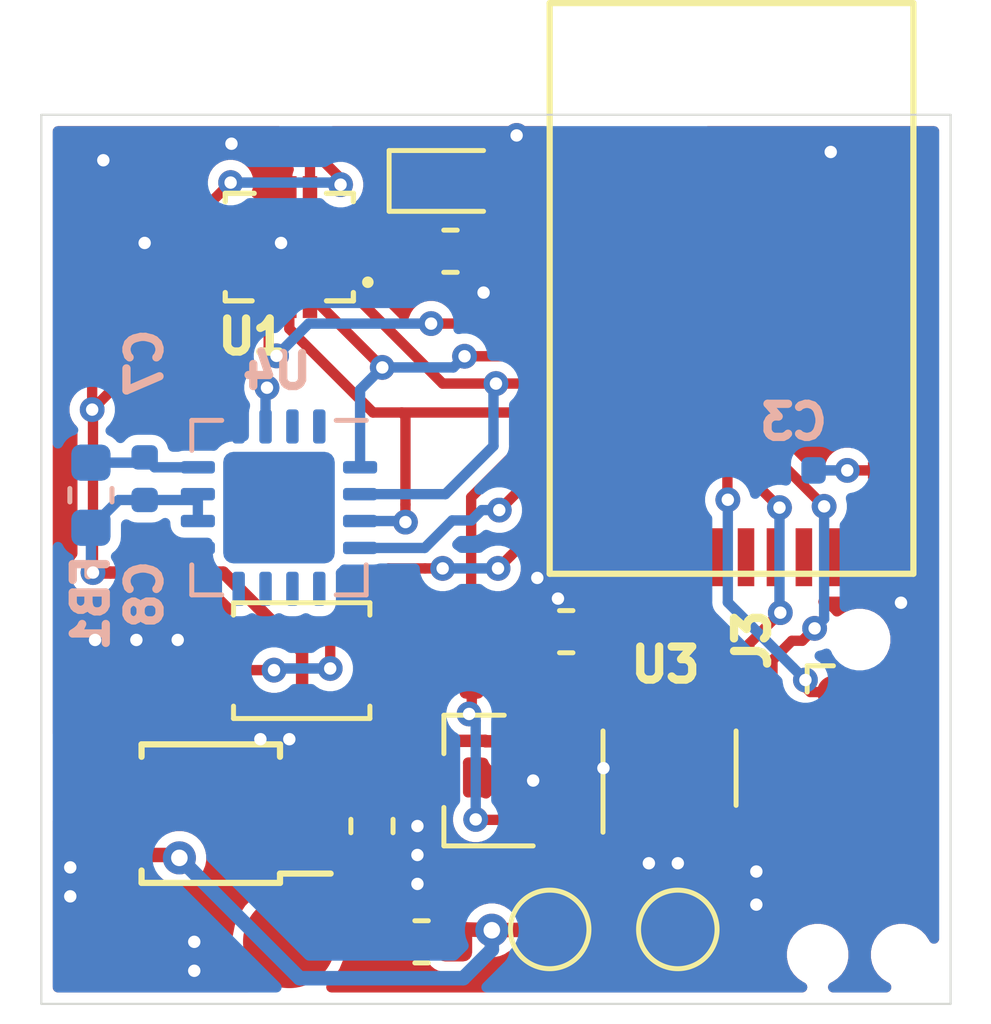
<source format=kicad_pcb>
(kicad_pcb (version 20171130) (host pcbnew "(5.1.5)-3")

  (general
    (thickness 0.8)
    (drawings 14)
    (tracks 263)
    (zones 0)
    (modules 32)
    (nets 24)
  )

  (page A4)
  (layers
    (0 F.Cu signal)
    (31 B.Cu signal)
    (32 B.Adhes user)
    (33 F.Adhes user)
    (34 B.Paste user hide)
    (35 F.Paste user hide)
    (36 B.SilkS user)
    (37 F.SilkS user)
    (38 B.Mask user)
    (39 F.Mask user)
    (40 Dwgs.User user hide)
    (41 Cmts.User user)
    (42 Eco1.User user)
    (43 Eco2.User user)
    (44 Edge.Cuts user)
    (45 Margin user)
    (46 B.CrtYd user)
    (47 F.CrtYd user)
    (48 B.Fab user hide)
    (49 F.Fab user hide)
  )

  (setup
    (last_trace_width 0.25)
    (user_trace_width 0.3)
    (user_trace_width 0.35)
    (user_trace_width 0.4)
    (user_trace_width 0.5)
    (trace_clearance 0.1)
    (zone_clearance 0.25)
    (zone_45_only no)
    (trace_min 0.1)
    (via_size 0.8)
    (via_drill 0.4)
    (via_min_size 0.4)
    (via_min_drill 0.3)
    (user_via 0.6 0.3)
    (uvia_size 0.3)
    (uvia_drill 0.1)
    (uvias_allowed no)
    (uvia_min_size 0.2)
    (uvia_min_drill 0.1)
    (edge_width 0.05)
    (segment_width 0.2)
    (pcb_text_width 0.3)
    (pcb_text_size 1.5 1.5)
    (mod_edge_width 0.12)
    (mod_text_size 1 1)
    (mod_text_width 0.15)
    (pad_size 1.524 1.524)
    (pad_drill 0.762)
    (pad_to_mask_clearance 0.001)
    (solder_mask_min_width 0.001)
    (aux_axis_origin 0 0)
    (visible_elements 7FFFF7FF)
    (pcbplotparams
      (layerselection 0x010fc_ffffffff)
      (usegerberextensions false)
      (usegerberattributes false)
      (usegerberadvancedattributes false)
      (creategerberjobfile false)
      (excludeedgelayer true)
      (linewidth 0.100000)
      (plotframeref false)
      (viasonmask false)
      (mode 1)
      (useauxorigin false)
      (hpglpennumber 1)
      (hpglpenspeed 20)
      (hpglpendiameter 15.000000)
      (psnegative false)
      (psa4output false)
      (plotreference true)
      (plotvalue true)
      (plotinvisibletext false)
      (padsonsilk false)
      (subtractmaskfromsilk false)
      (outputformat 1)
      (mirror false)
      (drillshape 0)
      (scaleselection 1)
      (outputdirectory "gerber/"))
  )

  (net 0 "")
  (net 1 GND)
  (net 2 "Net-(C2-Pad1)")
  (net 3 "Net-(C3-Pad1)")
  (net 4 /VCC)
  (net 5 "Net-(R3-Pad1)")
  (net 6 "Net-(R4-Pad1)")
  (net 7 /~RESET)
  (net 8 /SWCLK)
  (net 9 /SWDIO)
  (net 10 "Net-(C7-Pad1)")
  (net 11 /SCK)
  (net 12 /MISO)
  (net 13 /MOSI)
  (net 14 "Net-(Q1-Pad1)")
  (net 15 /VCC_ON)
  (net 16 "Net-(C12-Pad2)")
  (net 17 /WAKE_UP)
  (net 18 /V_CHARGE)
  (net 19 /ON)
  (net 20 /~SS2)
  (net 21 /~SS1)
  (net 22 "Net-(D2-Pad2)")
  (net 23 "Net-(D2-Pad1)")

  (net_class Default "This is the default net class."
    (clearance 0.1)
    (trace_width 0.25)
    (via_dia 0.8)
    (via_drill 0.4)
    (uvia_dia 0.3)
    (uvia_drill 0.1)
    (add_net /MISO)
    (add_net /MOSI)
    (add_net /ON)
    (add_net /SCK)
    (add_net /SWCLK)
    (add_net /SWDIO)
    (add_net /VCC)
    (add_net /VCC_ON)
    (add_net /V_CHARGE)
    (add_net /WAKE_UP)
    (add_net /~RESET)
    (add_net /~SS1)
    (add_net /~SS2)
    (add_net GND)
    (add_net "Net-(C12-Pad2)")
    (add_net "Net-(C2-Pad1)")
    (add_net "Net-(C3-Pad1)")
    (add_net "Net-(C7-Pad1)")
    (add_net "Net-(D2-Pad1)")
    (add_net "Net-(D2-Pad2)")
    (add_net "Net-(Q1-Pad1)")
    (add_net "Net-(R3-Pad1)")
    (add_net "Net-(R4-Pad1)")
  )

  (module Resistor_SMD:R_0603_1608Metric (layer F.Cu) (tedit 5B301BBD) (tstamp 5F3B5EA8)
    (at 109.9 103.3)
    (descr "Resistor SMD 0603 (1608 Metric), square (rectangular) end terminal, IPC_7351 nominal, (Body size source: http://www.tortai-tech.com/upload/download/2011102023233369053.pdf), generated with kicad-footprint-generator")
    (tags resistor)
    (path /5F3CE937)
    (attr smd)
    (fp_text reference R7 (at 0 -1.43) (layer F.SilkS) hide
      (effects (font (size 0.8 0.8) (thickness 0.2)))
    )
    (fp_text value 1k (at 0 1.43) (layer F.Fab)
      (effects (font (size 0.8 0.8) (thickness 0.2)))
    )
    (fp_line (start -0.8 0.4) (end -0.8 -0.4) (layer F.Fab) (width 0.1))
    (fp_line (start -0.8 -0.4) (end 0.8 -0.4) (layer F.Fab) (width 0.1))
    (fp_line (start 0.8 -0.4) (end 0.8 0.4) (layer F.Fab) (width 0.1))
    (fp_line (start 0.8 0.4) (end -0.8 0.4) (layer F.Fab) (width 0.1))
    (fp_line (start -0.162779 -0.51) (end 0.162779 -0.51) (layer F.SilkS) (width 0.12))
    (fp_line (start -0.162779 0.51) (end 0.162779 0.51) (layer F.SilkS) (width 0.12))
    (fp_line (start -1.48 0.73) (end -1.48 -0.73) (layer F.CrtYd) (width 0.05))
    (fp_line (start -1.48 -0.73) (end 1.48 -0.73) (layer F.CrtYd) (width 0.05))
    (fp_line (start 1.48 -0.73) (end 1.48 0.73) (layer F.CrtYd) (width 0.05))
    (fp_line (start 1.48 0.73) (end -1.48 0.73) (layer F.CrtYd) (width 0.05))
    (fp_text user %R (at 0 0) (layer F.Fab)
      (effects (font (size 0.8 0.8) (thickness 0.2)))
    )
    (pad 1 smd roundrect (at -0.7875 0) (size 0.875 0.95) (layers F.Cu F.Paste F.Mask) (roundrect_rratio 0.25)
      (net 23 "Net-(D2-Pad1)"))
    (pad 2 smd roundrect (at 0.7875 0) (size 0.875 0.95) (layers F.Cu F.Paste F.Mask) (roundrect_rratio 0.25)
      (net 1 GND))
    (model ${KISYS3DMOD}/Resistor_SMD.3dshapes/R_0603_1608Metric.step
      (at (xyz 0 0 0))
      (scale (xyz 1 1 1))
      (rotate (xyz 0 0 0))
    )
  )

  (module LED_SMD:LED_0603_1608Metric (layer F.Cu) (tedit 5B301BBE) (tstamp 5F3B5D2D)
    (at 109.9 101.6)
    (descr "LED SMD 0603 (1608 Metric), square (rectangular) end terminal, IPC_7351 nominal, (Body size source: http://www.tortai-tech.com/upload/download/2011102023233369053.pdf), generated with kicad-footprint-generator")
    (tags diode)
    (path /5F3CD495)
    (attr smd)
    (fp_text reference D2 (at 0 -1.43) (layer F.SilkS) hide
      (effects (font (size 0.8 0.8) (thickness 0.2)))
    )
    (fp_text value LED (at 0 1.43) (layer F.Fab)
      (effects (font (size 0.8 0.8) (thickness 0.2)))
    )
    (fp_line (start 0.8 -0.4) (end -0.5 -0.4) (layer F.Fab) (width 0.1))
    (fp_line (start -0.5 -0.4) (end -0.8 -0.1) (layer F.Fab) (width 0.1))
    (fp_line (start -0.8 -0.1) (end -0.8 0.4) (layer F.Fab) (width 0.1))
    (fp_line (start -0.8 0.4) (end 0.8 0.4) (layer F.Fab) (width 0.1))
    (fp_line (start 0.8 0.4) (end 0.8 -0.4) (layer F.Fab) (width 0.1))
    (fp_line (start 0.8 -0.735) (end -1.485 -0.735) (layer F.SilkS) (width 0.12))
    (fp_line (start -1.485 -0.735) (end -1.485 0.735) (layer F.SilkS) (width 0.12))
    (fp_line (start -1.485 0.735) (end 0.8 0.735) (layer F.SilkS) (width 0.12))
    (fp_line (start -1.48 0.73) (end -1.48 -0.73) (layer F.CrtYd) (width 0.05))
    (fp_line (start -1.48 -0.73) (end 1.48 -0.73) (layer F.CrtYd) (width 0.05))
    (fp_line (start 1.48 -0.73) (end 1.48 0.73) (layer F.CrtYd) (width 0.05))
    (fp_line (start 1.48 0.73) (end -1.48 0.73) (layer F.CrtYd) (width 0.05))
    (fp_text user %R (at 0 0) (layer F.Fab)
      (effects (font (size 0.8 0.8) (thickness 0.2)))
    )
    (pad 1 smd roundrect (at -0.7875 0) (size 0.875 0.95) (layers F.Cu F.Paste F.Mask) (roundrect_rratio 0.25)
      (net 23 "Net-(D2-Pad1)"))
    (pad 2 smd roundrect (at 0.7875 0) (size 0.875 0.95) (layers F.Cu F.Paste F.Mask) (roundrect_rratio 0.25)
      (net 22 "Net-(D2-Pad2)"))
    (model ${KISYS3DMOD}/LED_SMD.3dshapes/LED_0603_1608Metric.step
      (at (xyz 0 0 0))
      (scale (xyz 1 1 1))
      (rotate (xyz 0 0 0))
    )
  )

  (module Button_Switch_SMD:SW_SPST_B3U-1000P (layer F.Cu) (tedit 5A02FC95) (tstamp 5F3B7AE1)
    (at 106.3 113.2 180)
    (descr "Ultra-small-sized Tactile Switch with High Contact Reliability, Top-actuated Model, without Ground Terminal, without Boss")
    (tags "Tactile Switch")
    (path /5F4CD479)
    (attr smd)
    (fp_text reference SW1 (at 0 -2.5) (layer F.SilkS) hide
      (effects (font (size 0.8 0.8) (thickness 0.2)))
    )
    (fp_text value SW_SPST (at 0 2.5) (layer F.Fab)
      (effects (font (size 0.8 0.8) (thickness 0.2)))
    )
    (fp_circle (center 0 0) (end 0.75 0) (layer F.Fab) (width 0.1))
    (fp_line (start -1.5 1.25) (end -1.5 -1.25) (layer F.Fab) (width 0.1))
    (fp_line (start 1.5 1.25) (end -1.5 1.25) (layer F.Fab) (width 0.1))
    (fp_line (start 1.5 -1.25) (end 1.5 1.25) (layer F.Fab) (width 0.1))
    (fp_line (start -1.5 -1.25) (end 1.5 -1.25) (layer F.Fab) (width 0.1))
    (fp_line (start 1.65 -1.4) (end 1.65 -1.1) (layer F.SilkS) (width 0.12))
    (fp_line (start -1.65 -1.4) (end 1.65 -1.4) (layer F.SilkS) (width 0.12))
    (fp_line (start -1.65 -1.1) (end -1.65 -1.4) (layer F.SilkS) (width 0.12))
    (fp_line (start 1.65 1.4) (end 1.65 1.1) (layer F.SilkS) (width 0.12))
    (fp_line (start -1.65 1.4) (end 1.65 1.4) (layer F.SilkS) (width 0.12))
    (fp_line (start -1.65 1.1) (end -1.65 1.4) (layer F.SilkS) (width 0.12))
    (fp_line (start -2.4 -1.65) (end -2.4 1.65) (layer F.CrtYd) (width 0.05))
    (fp_line (start 2.4 -1.65) (end -2.4 -1.65) (layer F.CrtYd) (width 0.05))
    (fp_line (start 2.4 1.65) (end 2.4 -1.65) (layer F.CrtYd) (width 0.05))
    (fp_line (start -2.4 1.65) (end 2.4 1.65) (layer F.CrtYd) (width 0.05))
    (fp_text user %R (at 0 -2.5) (layer F.Fab)
      (effects (font (size 0.8 0.8) (thickness 0.2)))
    )
    (pad 2 smd rect (at 1.7 0 180) (size 0.9 1.7) (layers F.Cu F.Paste F.Mask)
      (net 17 /WAKE_UP))
    (pad 1 smd rect (at -1.7 0 180) (size 0.9 1.7) (layers F.Cu F.Paste F.Mask)
      (net 4 /VCC))
    (model ${KISYS3DMOD}/Button_Switch_SMD.3dshapes/SW_SPST_B3U-1000P.step
      (at (xyz 0 0 0))
      (scale (xyz 1 1 1))
      (rotate (xyz 0 0 0))
    )
  )

  (module Resistor_SMD:R_0402_1005Metric (layer F.Cu) (tedit 5B301BBD) (tstamp 5F3B7AC0)
    (at 103.3 114 90)
    (descr "Resistor SMD 0402 (1005 Metric), square (rectangular) end terminal, IPC_7351 nominal, (Body size source: http://www.tortai-tech.com/upload/download/2011102023233369053.pdf), generated with kicad-footprint-generator")
    (tags resistor)
    (path /5F4D5DDC)
    (attr smd)
    (fp_text reference R6 (at 0 -1.17 90) (layer F.SilkS) hide
      (effects (font (size 0.8 0.8) (thickness 0.2)))
    )
    (fp_text value 10k (at 0 1.17 90) (layer F.Fab)
      (effects (font (size 0.8 0.8) (thickness 0.2)))
    )
    (fp_text user %R (at 0 0 90) (layer F.Fab)
      (effects (font (size 0.8 0.8) (thickness 0.2)))
    )
    (fp_line (start 0.93 0.47) (end -0.93 0.47) (layer F.CrtYd) (width 0.05))
    (fp_line (start 0.93 -0.47) (end 0.93 0.47) (layer F.CrtYd) (width 0.05))
    (fp_line (start -0.93 -0.47) (end 0.93 -0.47) (layer F.CrtYd) (width 0.05))
    (fp_line (start -0.93 0.47) (end -0.93 -0.47) (layer F.CrtYd) (width 0.05))
    (fp_line (start 0.5 0.25) (end -0.5 0.25) (layer F.Fab) (width 0.1))
    (fp_line (start 0.5 -0.25) (end 0.5 0.25) (layer F.Fab) (width 0.1))
    (fp_line (start -0.5 -0.25) (end 0.5 -0.25) (layer F.Fab) (width 0.1))
    (fp_line (start -0.5 0.25) (end -0.5 -0.25) (layer F.Fab) (width 0.1))
    (pad 2 smd roundrect (at 0.485 0 90) (size 0.59 0.64) (layers F.Cu F.Paste F.Mask) (roundrect_rratio 0.25)
      (net 1 GND))
    (pad 1 smd roundrect (at -0.485 0 90) (size 0.59 0.64) (layers F.Cu F.Paste F.Mask) (roundrect_rratio 0.25)
      (net 17 /WAKE_UP))
    (model ${KISYS3DMOD}/Resistor_SMD.3dshapes/R_0402_1005Metric.step
      (at (xyz 0 0 0))
      (scale (xyz 1 1 1))
      (rotate (xyz 0 0 0))
    )
  )

  (module customFootprint:PQFN50P250X300X97-14N (layer F.Cu) (tedit 5E4B9244) (tstamp 5F3B4A09)
    (at 106 103.2 180)
    (path /5F491A22)
    (fp_text reference U1 (at 0.89342 -2.16622) (layer F.SilkS)
      (effects (font (size 0.8 0.8) (thickness 0.2)))
    )
    (fp_text value ICM-20600 (at 8.98866 2.14694) (layer F.Fab)
      (effects (font (size 0.8 0.8) (thickness 0.2)))
    )
    (fp_poly (pts (xy -0.6 -0.4) (xy 0.6 -0.4) (xy 0.6 0.4) (xy -0.6 0.4)) (layer Dwgs.User) (width 0.01))
    (fp_poly (pts (xy -0.6 -0.4) (xy 0.6 -0.4) (xy 0.6 0.4) (xy -0.6 0.4)) (layer Dwgs.User) (width 0.01))
    (fp_circle (center -1.9 -0.85) (end -1.83 -0.85) (layer F.SilkS) (width 0.14))
    (fp_line (start -1.55 1.3) (end -0.9 1.3) (layer F.SilkS) (width 0.127))
    (fp_line (start -1.55 1.1) (end -1.55 1.3) (layer F.SilkS) (width 0.127))
    (fp_line (start 1.55 1.3) (end 1.55 1.1) (layer F.SilkS) (width 0.127))
    (fp_line (start 0.85 1.3) (end 1.55 1.3) (layer F.SilkS) (width 0.127))
    (fp_line (start 1.55 -1.3) (end 1.55 -1.1) (layer F.SilkS) (width 0.127))
    (fp_line (start 0.9 -1.3) (end 1.55 -1.3) (layer F.SilkS) (width 0.127))
    (fp_line (start -1.55 -1.3) (end -0.9 -1.3) (layer F.SilkS) (width 0.127))
    (fp_line (start -1.55 -1.1) (end -1.55 -1.3) (layer F.SilkS) (width 0.127))
    (fp_line (start 1.72 -1.47) (end -1.72 -1.47) (layer F.CrtYd) (width 0.05))
    (fp_line (start 1.72 1.47) (end 1.72 -1.47) (layer F.CrtYd) (width 0.05))
    (fp_line (start -1.72 1.47) (end 1.72 1.47) (layer F.CrtYd) (width 0.05))
    (fp_line (start -1.72 -1.47) (end -1.72 1.47) (layer F.CrtYd) (width 0.05))
    (fp_line (start -1.55 1.3) (end -1.55 -1.3) (layer Dwgs.User) (width 0.127))
    (fp_line (start 1.55 1.3) (end -1.55 1.3) (layer Dwgs.User) (width 0.127))
    (fp_line (start 1.55 -1.3) (end 1.55 1.3) (layer Dwgs.User) (width 0.127))
    (fp_line (start -1.55 -1.3) (end 1.55 -1.3) (layer Dwgs.User) (width 0.127))
    (pad 14 smd rect (at -0.5 -0.91 180) (size 0.35 1.11) (drill (offset 0 -0.25)) (layers F.Cu F.Paste F.Mask)
      (net 13 /MOSI))
    (pad 13 smd rect (at 0 -0.91 180) (size 0.35 1.11) (drill (offset 0 -0.25)) (layers F.Cu F.Paste F.Mask)
      (net 11 /SCK))
    (pad 12 smd rect (at 0.5 -0.91 180) (size 0.35 1.11) (drill (offset 0 -0.25)) (layers F.Cu F.Paste F.Mask)
      (net 20 /~SS2))
    (pad 11 smd rect (at 1.16 -0.75 180) (size 1.11 0.35) (drill (offset 0.25 0)) (layers F.Cu F.Paste F.Mask)
      (net 16 "Net-(C12-Pad2)"))
    (pad 10 smd rect (at 1.16 -0.25 180) (size 1.11 0.35) (drill (offset 0.25 0)) (layers F.Cu F.Paste F.Mask))
    (pad 9 smd rect (at 1.16 0.25 180) (size 1.11 0.35) (drill (offset 0.25 0)) (layers F.Cu F.Paste F.Mask))
    (pad 8 smd rect (at 1.16 0.75 180) (size 1.11 0.35) (drill (offset 0.25 0)) (layers F.Cu F.Paste F.Mask)
      (net 15 /VCC_ON))
    (pad 7 smd rect (at 0.5 0.91 180) (size 0.35 1.11) (drill (offset 0 0.25)) (layers F.Cu F.Paste F.Mask)
      (net 1 GND))
    (pad 6 smd rect (at 0 0.91 180) (size 0.35 1.11) (drill (offset 0 0.25)) (layers F.Cu F.Paste F.Mask)
      (net 1 GND))
    (pad 5 smd rect (at -0.5 0.91 180) (size 0.35 1.11) (drill (offset 0 0.25)) (layers F.Cu F.Paste F.Mask)
      (net 15 /VCC_ON))
    (pad 4 smd rect (at -1.16 0.75 180) (size 1.11 0.35) (drill (offset -0.25 0)) (layers F.Cu F.Paste F.Mask))
    (pad 3 smd rect (at -1.16 0.25 180) (size 1.11 0.35) (drill (offset -0.25 0)) (layers F.Cu F.Paste F.Mask))
    (pad 2 smd rect (at -1.16 -0.25 180) (size 1.11 0.35) (drill (offset -0.25 0)) (layers F.Cu F.Paste F.Mask))
    (pad 1 smd rect (at -1.16 -0.75 180) (size 1.11 0.35) (drill (offset -0.25 0)) (layers F.Cu F.Paste F.Mask)
      (net 12 /MISO))
  )

  (module Capacitor_SMD:C_0402_1005Metric (layer F.Cu) (tedit 5B301BBE) (tstamp 5F3B4872)
    (at 103.3 103.6 270)
    (descr "Capacitor SMD 0402 (1005 Metric), square (rectangular) end terminal, IPC_7351 nominal, (Body size source: http://www.tortai-tech.com/upload/download/2011102023233369053.pdf), generated with kicad-footprint-generator")
    (tags capacitor)
    (path /5F4995A7)
    (attr smd)
    (fp_text reference C12 (at 0 -1.17 90) (layer F.SilkS) hide
      (effects (font (size 0.8 0.8) (thickness 0.2)))
    )
    (fp_text value 100nF (at 0 1.17 90) (layer F.Fab)
      (effects (font (size 0.8 0.8) (thickness 0.2)))
    )
    (fp_text user %R (at 0 0 90) (layer F.Fab)
      (effects (font (size 0.8 0.8) (thickness 0.2)))
    )
    (fp_line (start 0.93 0.47) (end -0.93 0.47) (layer F.CrtYd) (width 0.05))
    (fp_line (start 0.93 -0.47) (end 0.93 0.47) (layer F.CrtYd) (width 0.05))
    (fp_line (start -0.93 -0.47) (end 0.93 -0.47) (layer F.CrtYd) (width 0.05))
    (fp_line (start -0.93 0.47) (end -0.93 -0.47) (layer F.CrtYd) (width 0.05))
    (fp_line (start 0.5 0.25) (end -0.5 0.25) (layer F.Fab) (width 0.1))
    (fp_line (start 0.5 -0.25) (end 0.5 0.25) (layer F.Fab) (width 0.1))
    (fp_line (start -0.5 -0.25) (end 0.5 -0.25) (layer F.Fab) (width 0.1))
    (fp_line (start -0.5 0.25) (end -0.5 -0.25) (layer F.Fab) (width 0.1))
    (pad 2 smd roundrect (at 0.485 0 270) (size 0.59 0.64) (layers F.Cu F.Paste F.Mask) (roundrect_rratio 0.25)
      (net 16 "Net-(C12-Pad2)"))
    (pad 1 smd roundrect (at -0.485 0 270) (size 0.59 0.64) (layers F.Cu F.Paste F.Mask) (roundrect_rratio 0.25)
      (net 1 GND))
    (model ${KISYS3DMOD}/Capacitor_SMD.3dshapes/C_0402_1005Metric.step
      (at (xyz 0 0 0))
      (scale (xyz 1 1 1))
      (rotate (xyz 0 0 0))
    )
  )

  (module Capacitor_SMD:C_0402_1005Metric (layer F.Cu) (tedit 5B301BBE) (tstamp 5F3B4863)
    (at 102.3 101.6 90)
    (descr "Capacitor SMD 0402 (1005 Metric), square (rectangular) end terminal, IPC_7351 nominal, (Body size source: http://www.tortai-tech.com/upload/download/2011102023233369053.pdf), generated with kicad-footprint-generator")
    (tags capacitor)
    (path /5F4AE5D0)
    (attr smd)
    (fp_text reference C11 (at 0 -1.17 90) (layer F.SilkS) hide
      (effects (font (size 0.8 0.8) (thickness 0.2)))
    )
    (fp_text value 2.2uF (at 0 1.17 90) (layer F.Fab)
      (effects (font (size 0.8 0.8) (thickness 0.2)))
    )
    (fp_text user %R (at 0 0 90) (layer F.Fab)
      (effects (font (size 0.8 0.8) (thickness 0.2)))
    )
    (fp_line (start 0.93 0.47) (end -0.93 0.47) (layer F.CrtYd) (width 0.05))
    (fp_line (start 0.93 -0.47) (end 0.93 0.47) (layer F.CrtYd) (width 0.05))
    (fp_line (start -0.93 -0.47) (end 0.93 -0.47) (layer F.CrtYd) (width 0.05))
    (fp_line (start -0.93 0.47) (end -0.93 -0.47) (layer F.CrtYd) (width 0.05))
    (fp_line (start 0.5 0.25) (end -0.5 0.25) (layer F.Fab) (width 0.1))
    (fp_line (start 0.5 -0.25) (end 0.5 0.25) (layer F.Fab) (width 0.1))
    (fp_line (start -0.5 -0.25) (end 0.5 -0.25) (layer F.Fab) (width 0.1))
    (fp_line (start -0.5 0.25) (end -0.5 -0.25) (layer F.Fab) (width 0.1))
    (pad 2 smd roundrect (at 0.485 0 90) (size 0.59 0.64) (layers F.Cu F.Paste F.Mask) (roundrect_rratio 0.25)
      (net 1 GND))
    (pad 1 smd roundrect (at -0.485 0 90) (size 0.59 0.64) (layers F.Cu F.Paste F.Mask) (roundrect_rratio 0.25)
      (net 15 /VCC_ON))
    (model ${KISYS3DMOD}/Capacitor_SMD.3dshapes/C_0402_1005Metric.step
      (at (xyz 0 0 0))
      (scale (xyz 1 1 1))
      (rotate (xyz 0 0 0))
    )
  )

  (module Capacitor_SMD:C_0402_1005Metric (layer F.Cu) (tedit 5B301BBE) (tstamp 5F3B4854)
    (at 103.3 101.6 90)
    (descr "Capacitor SMD 0402 (1005 Metric), square (rectangular) end terminal, IPC_7351 nominal, (Body size source: http://www.tortai-tech.com/upload/download/2011102023233369053.pdf), generated with kicad-footprint-generator")
    (tags capacitor)
    (path /5F4AE96E)
    (attr smd)
    (fp_text reference C10 (at 0 -1.17 90) (layer F.SilkS) hide
      (effects (font (size 0.8 0.8) (thickness 0.2)))
    )
    (fp_text value 100nF (at 0 1.17 90) (layer F.Fab)
      (effects (font (size 0.8 0.8) (thickness 0.2)))
    )
    (fp_text user %R (at 0 0 90) (layer F.Fab)
      (effects (font (size 0.8 0.8) (thickness 0.2)))
    )
    (fp_line (start 0.93 0.47) (end -0.93 0.47) (layer F.CrtYd) (width 0.05))
    (fp_line (start 0.93 -0.47) (end 0.93 0.47) (layer F.CrtYd) (width 0.05))
    (fp_line (start -0.93 -0.47) (end 0.93 -0.47) (layer F.CrtYd) (width 0.05))
    (fp_line (start -0.93 0.47) (end -0.93 -0.47) (layer F.CrtYd) (width 0.05))
    (fp_line (start 0.5 0.25) (end -0.5 0.25) (layer F.Fab) (width 0.1))
    (fp_line (start 0.5 -0.25) (end 0.5 0.25) (layer F.Fab) (width 0.1))
    (fp_line (start -0.5 -0.25) (end 0.5 -0.25) (layer F.Fab) (width 0.1))
    (fp_line (start -0.5 0.25) (end -0.5 -0.25) (layer F.Fab) (width 0.1))
    (pad 2 smd roundrect (at 0.485 0 90) (size 0.59 0.64) (layers F.Cu F.Paste F.Mask) (roundrect_rratio 0.25)
      (net 1 GND))
    (pad 1 smd roundrect (at -0.485 0 90) (size 0.59 0.64) (layers F.Cu F.Paste F.Mask) (roundrect_rratio 0.25)
      (net 15 /VCC_ON))
    (model ${KISYS3DMOD}/Capacitor_SMD.3dshapes/C_0402_1005Metric.step
      (at (xyz 0 0 0))
      (scale (xyz 1 1 1))
      (rotate (xyz 0 0 0))
    )
  )

  (module Capacitor_SMD:C_0402_1005Metric (layer F.Cu) (tedit 5B301BBE) (tstamp 5F3B4845)
    (at 105.915 100.7 180)
    (descr "Capacitor SMD 0402 (1005 Metric), square (rectangular) end terminal, IPC_7351 nominal, (Body size source: http://www.tortai-tech.com/upload/download/2011102023233369053.pdf), generated with kicad-footprint-generator")
    (tags capacitor)
    (path /5F4ADDFA)
    (attr smd)
    (fp_text reference C9 (at 0 -1.17) (layer F.SilkS) hide
      (effects (font (size 0.8 0.8) (thickness 0.2)))
    )
    (fp_text value 4.7uF (at 0 1.17) (layer F.Fab)
      (effects (font (size 0.8 0.8) (thickness 0.2)))
    )
    (fp_text user %R (at 0 0) (layer F.Fab)
      (effects (font (size 0.8 0.8) (thickness 0.2)))
    )
    (fp_line (start 0.93 0.47) (end -0.93 0.47) (layer F.CrtYd) (width 0.05))
    (fp_line (start 0.93 -0.47) (end 0.93 0.47) (layer F.CrtYd) (width 0.05))
    (fp_line (start -0.93 -0.47) (end 0.93 -0.47) (layer F.CrtYd) (width 0.05))
    (fp_line (start -0.93 0.47) (end -0.93 -0.47) (layer F.CrtYd) (width 0.05))
    (fp_line (start 0.5 0.25) (end -0.5 0.25) (layer F.Fab) (width 0.1))
    (fp_line (start 0.5 -0.25) (end 0.5 0.25) (layer F.Fab) (width 0.1))
    (fp_line (start -0.5 -0.25) (end 0.5 -0.25) (layer F.Fab) (width 0.1))
    (fp_line (start -0.5 0.25) (end -0.5 -0.25) (layer F.Fab) (width 0.1))
    (pad 2 smd roundrect (at 0.485 0 180) (size 0.59 0.64) (layers F.Cu F.Paste F.Mask) (roundrect_rratio 0.25)
      (net 1 GND))
    (pad 1 smd roundrect (at -0.485 0 180) (size 0.59 0.64) (layers F.Cu F.Paste F.Mask) (roundrect_rratio 0.25)
      (net 15 /VCC_ON))
    (model ${KISYS3DMOD}/Capacitor_SMD.3dshapes/C_0402_1005Metric.step
      (at (xyz 0 0 0))
      (scale (xyz 1 1 1))
      (rotate (xyz 0 0 0))
    )
  )

  (module Resistor_SMD:R_0402_1005Metric (layer F.Cu) (tedit 5B301BBD) (tstamp 5F3B0B2E)
    (at 110.4 112.3 90)
    (descr "Resistor SMD 0402 (1005 Metric), square (rectangular) end terminal, IPC_7351 nominal, (Body size source: http://www.tortai-tech.com/upload/download/2011102023233369053.pdf), generated with kicad-footprint-generator")
    (tags resistor)
    (path /5F44D6F2)
    (attr smd)
    (fp_text reference R5 (at 0 -1.17 90) (layer F.SilkS) hide
      (effects (font (size 0.8 0.8) (thickness 0.2)))
    )
    (fp_text value R (at 0 1.17 90) (layer F.Fab)
      (effects (font (size 0.8 0.8) (thickness 0.2)))
    )
    (fp_text user %R (at 0 0 90) (layer F.Fab)
      (effects (font (size 0.8 0.8) (thickness 0.2)))
    )
    (fp_line (start 0.93 0.47) (end -0.93 0.47) (layer F.CrtYd) (width 0.05))
    (fp_line (start 0.93 -0.47) (end 0.93 0.47) (layer F.CrtYd) (width 0.05))
    (fp_line (start -0.93 -0.47) (end 0.93 -0.47) (layer F.CrtYd) (width 0.05))
    (fp_line (start -0.93 0.47) (end -0.93 -0.47) (layer F.CrtYd) (width 0.05))
    (fp_line (start 0.5 0.25) (end -0.5 0.25) (layer F.Fab) (width 0.1))
    (fp_line (start 0.5 -0.25) (end 0.5 0.25) (layer F.Fab) (width 0.1))
    (fp_line (start -0.5 -0.25) (end 0.5 -0.25) (layer F.Fab) (width 0.1))
    (fp_line (start -0.5 0.25) (end -0.5 -0.25) (layer F.Fab) (width 0.1))
    (pad 2 smd roundrect (at 0.485 0 90) (size 0.59 0.64) (layers F.Cu F.Paste F.Mask) (roundrect_rratio 0.25)
      (net 19 /ON))
    (pad 1 smd roundrect (at -0.485 0 90) (size 0.59 0.64) (layers F.Cu F.Paste F.Mask) (roundrect_rratio 0.25)
      (net 14 "Net-(Q1-Pad1)"))
    (model ${KISYS3DMOD}/Resistor_SMD.3dshapes/R_0402_1005Metric.step
      (at (xyz 0 0 0))
      (scale (xyz 1 1 1))
      (rotate (xyz 0 0 0))
    )
  )

  (module Resistor_SMD:R_0402_1005Metric (layer F.Cu) (tedit 5B301BBD) (tstamp 5F3B0AE7)
    (at 110.9 113.8 180)
    (descr "Resistor SMD 0402 (1005 Metric), square (rectangular) end terminal, IPC_7351 nominal, (Body size source: http://www.tortai-tech.com/upload/download/2011102023233369053.pdf), generated with kicad-footprint-generator")
    (tags resistor)
    (path /5F4479BA)
    (attr smd)
    (fp_text reference R2 (at 1.7 0) (layer F.SilkS) hide
      (effects (font (size 0.8 0.8) (thickness 0.2)))
    )
    (fp_text value 10k (at 0 1.17) (layer F.Fab)
      (effects (font (size 0.8 0.8) (thickness 0.2)))
    )
    (fp_text user %R (at 0 0) (layer F.Fab)
      (effects (font (size 0.8 0.8) (thickness 0.2)))
    )
    (fp_line (start 0.93 0.47) (end -0.93 0.47) (layer F.CrtYd) (width 0.05))
    (fp_line (start 0.93 -0.47) (end 0.93 0.47) (layer F.CrtYd) (width 0.05))
    (fp_line (start -0.93 -0.47) (end 0.93 -0.47) (layer F.CrtYd) (width 0.05))
    (fp_line (start -0.93 0.47) (end -0.93 -0.47) (layer F.CrtYd) (width 0.05))
    (fp_line (start 0.5 0.25) (end -0.5 0.25) (layer F.Fab) (width 0.1))
    (fp_line (start 0.5 -0.25) (end 0.5 0.25) (layer F.Fab) (width 0.1))
    (fp_line (start -0.5 -0.25) (end 0.5 -0.25) (layer F.Fab) (width 0.1))
    (fp_line (start -0.5 0.25) (end -0.5 -0.25) (layer F.Fab) (width 0.1))
    (pad 2 smd roundrect (at 0.485 0 180) (size 0.59 0.64) (layers F.Cu F.Paste F.Mask) (roundrect_rratio 0.25)
      (net 14 "Net-(Q1-Pad1)"))
    (pad 1 smd roundrect (at -0.485 0 180) (size 0.59 0.64) (layers F.Cu F.Paste F.Mask) (roundrect_rratio 0.25)
      (net 4 /VCC))
    (model ${KISYS3DMOD}/Resistor_SMD.3dshapes/R_0402_1005Metric.step
      (at (xyz 0 0 0))
      (scale (xyz 1 1 1))
      (rotate (xyz 0 0 0))
    )
  )

  (module Package_TO_SOT_SMD:SOT-23 (layer F.Cu) (tedit 5A02FF57) (tstamp 5F3B01C7)
    (at 110.5 116.1 180)
    (descr "SOT-23, Standard")
    (tags SOT-23)
    (path /5F436F8D)
    (attr smd)
    (fp_text reference Q1 (at 0 -2.5) (layer F.SilkS) hide
      (effects (font (size 0.8 0.8) (thickness 0.2)))
    )
    (fp_text value FDN340P (at 0 2.5) (layer F.Fab)
      (effects (font (size 0.8 0.8) (thickness 0.2)))
    )
    (fp_line (start 0.76 1.58) (end -0.7 1.58) (layer F.SilkS) (width 0.12))
    (fp_line (start 0.76 -1.58) (end -1.4 -1.58) (layer F.SilkS) (width 0.12))
    (fp_line (start -1.7 1.75) (end -1.7 -1.75) (layer F.CrtYd) (width 0.05))
    (fp_line (start 1.7 1.75) (end -1.7 1.75) (layer F.CrtYd) (width 0.05))
    (fp_line (start 1.7 -1.75) (end 1.7 1.75) (layer F.CrtYd) (width 0.05))
    (fp_line (start -1.7 -1.75) (end 1.7 -1.75) (layer F.CrtYd) (width 0.05))
    (fp_line (start 0.76 -1.58) (end 0.76 -0.65) (layer F.SilkS) (width 0.12))
    (fp_line (start 0.76 1.58) (end 0.76 0.65) (layer F.SilkS) (width 0.12))
    (fp_line (start -0.7 1.52) (end 0.7 1.52) (layer F.Fab) (width 0.1))
    (fp_line (start 0.7 -1.52) (end 0.7 1.52) (layer F.Fab) (width 0.1))
    (fp_line (start -0.7 -0.95) (end -0.15 -1.52) (layer F.Fab) (width 0.1))
    (fp_line (start -0.15 -1.52) (end 0.7 -1.52) (layer F.Fab) (width 0.1))
    (fp_line (start -0.7 -0.95) (end -0.7 1.5) (layer F.Fab) (width 0.1))
    (fp_text user %R (at 0 0 90) (layer F.Fab)
      (effects (font (size 0.8 0.8) (thickness 0.2)))
    )
    (pad 3 smd rect (at 1 0 180) (size 0.9 0.8) (layers F.Cu F.Paste F.Mask)
      (net 15 /VCC_ON))
    (pad 2 smd rect (at -1 0.95 180) (size 0.9 0.8) (layers F.Cu F.Paste F.Mask)
      (net 4 /VCC))
    (pad 1 smd rect (at -1 -0.95 180) (size 0.9 0.8) (layers F.Cu F.Paste F.Mask)
      (net 14 "Net-(Q1-Pad1)"))
    (model ${KISYS3DMOD}/Package_TO_SOT_SMD.3dshapes/SOT-23.step
      (at (xyz 0 0 0))
      (scale (xyz 1 1 1))
      (rotate (xyz 0 0 0))
    )
  )

  (module customFootprint:1578-3-57-15-00-00-03-0 (layer F.Cu) (tedit 5F39FF17) (tstamp 5F3A9975)
    (at 102 120 180)
    (path /5F3CFF02)
    (fp_text reference J5 (at 1.9 0 90) (layer F.SilkS) hide
      (effects (font (size 0.8 0.8) (thickness 0.2)))
    )
    (fp_text value Conn_01x01 (at 0 -0.5) (layer F.Fab)
      (effects (font (size 0.8 0.8) (thickness 0.2)))
    )
    (pad 1 smd circle (at 0 0 180) (size 2.24 2.24) (layers F.Cu F.Paste F.Mask)
      (net 1 GND))
    (model ${KIPRJMOD}/3d/pogo.step
      (at (xyz 0 0 0))
      (scale (xyz 1 1 1))
      (rotate (xyz 0 0 0))
    )
  )

  (module customFootprint:1578-3-57-15-00-00-03-0 (layer F.Cu) (tedit 5F39FF17) (tstamp 5F3A990A)
    (at 106 120 180)
    (path /5F3C8828)
    (fp_text reference J1 (at 1.8 0 90) (layer F.SilkS) hide
      (effects (font (size 0.8 0.8) (thickness 0.2)))
    )
    (fp_text value Conn_01x01 (at 0 -0.5) (layer F.Fab)
      (effects (font (size 0.8 0.8) (thickness 0.2)))
    )
    (pad 1 smd circle (at 0 0 180) (size 2.24 2.24) (layers F.Cu F.Paste F.Mask)
      (net 18 /V_CHARGE))
    (model ${KIPRJMOD}/3d/pogo.step
      (at (xyz 0 0 0))
      (scale (xyz 1 1 1))
      (rotate (xyz 0 0 0))
    )
  )

  (module Resistor_SMD:R_0402_1005Metric (layer F.Cu) (tedit 5B301BBD) (tstamp 5E2F3856)
    (at 101.3 114 90)
    (descr "Resistor SMD 0402 (1005 Metric), square (rectangular) end terminal, IPC_7351 nominal, (Body size source: http://www.tortai-tech.com/upload/download/2011102023233369053.pdf), generated with kicad-footprint-generator")
    (tags resistor)
    (path /5E307AD2)
    (attr smd)
    (fp_text reference R4 (at 1.8 -0.1 90) (layer F.SilkS) hide
      (effects (font (size 0.8 0.8) (thickness 0.2)))
    )
    (fp_text value 10k (at 0 1.17 90) (layer F.Fab)
      (effects (font (size 0.8 0.8) (thickness 0.2)))
    )
    (fp_text user %R (at 0 0 90) (layer F.Fab)
      (effects (font (size 0.8 0.8) (thickness 0.2)))
    )
    (fp_line (start 0.93 0.47) (end -0.93 0.47) (layer F.CrtYd) (width 0.05))
    (fp_line (start 0.93 -0.47) (end 0.93 0.47) (layer F.CrtYd) (width 0.05))
    (fp_line (start -0.93 -0.47) (end 0.93 -0.47) (layer F.CrtYd) (width 0.05))
    (fp_line (start -0.93 0.47) (end -0.93 -0.47) (layer F.CrtYd) (width 0.05))
    (fp_line (start 0.5 0.25) (end -0.5 0.25) (layer F.Fab) (width 0.1))
    (fp_line (start 0.5 -0.25) (end 0.5 0.25) (layer F.Fab) (width 0.1))
    (fp_line (start -0.5 -0.25) (end 0.5 -0.25) (layer F.Fab) (width 0.1))
    (fp_line (start -0.5 0.25) (end -0.5 -0.25) (layer F.Fab) (width 0.1))
    (pad 2 smd roundrect (at 0.485 0 90) (size 0.59 0.64) (layers F.Cu F.Paste F.Mask) (roundrect_rratio 0.25)
      (net 1 GND))
    (pad 1 smd roundrect (at -0.485 0 90) (size 0.59 0.64) (layers F.Cu F.Paste F.Mask) (roundrect_rratio 0.25)
      (net 6 "Net-(R4-Pad1)"))
    (model ${KISYS3DMOD}/Resistor_SMD.3dshapes/R_0402_1005Metric.step
      (at (xyz 0 0 0))
      (scale (xyz 1 1 1))
      (rotate (xyz 0 0 0))
    )
  )

  (module Resistor_SMD:R_0402_1005Metric (layer F.Cu) (tedit 5B301BBD) (tstamp 5E2F3826)
    (at 102.3 114 90)
    (descr "Resistor SMD 0402 (1005 Metric), square (rectangular) end terminal, IPC_7351 nominal, (Body size source: http://www.tortai-tech.com/upload/download/2011102023233369053.pdf), generated with kicad-footprint-generator")
    (tags resistor)
    (path /5E3060EE)
    (attr smd)
    (fp_text reference R3 (at 1.8 0 270) (layer F.SilkS) hide
      (effects (font (size 0.8 0.8) (thickness 0.2)))
    )
    (fp_text value 2k (at 0 1.17 270) (layer F.Fab)
      (effects (font (size 0.8 0.8) (thickness 0.2)))
    )
    (fp_text user %R (at 0 0 270) (layer F.Fab)
      (effects (font (size 0.8 0.8) (thickness 0.2)))
    )
    (fp_line (start 0.93 0.47) (end -0.93 0.47) (layer F.CrtYd) (width 0.05))
    (fp_line (start 0.93 -0.47) (end 0.93 0.47) (layer F.CrtYd) (width 0.05))
    (fp_line (start -0.93 -0.47) (end 0.93 -0.47) (layer F.CrtYd) (width 0.05))
    (fp_line (start -0.93 0.47) (end -0.93 -0.47) (layer F.CrtYd) (width 0.05))
    (fp_line (start 0.5 0.25) (end -0.5 0.25) (layer F.Fab) (width 0.1))
    (fp_line (start 0.5 -0.25) (end 0.5 0.25) (layer F.Fab) (width 0.1))
    (fp_line (start -0.5 -0.25) (end 0.5 -0.25) (layer F.Fab) (width 0.1))
    (fp_line (start -0.5 0.25) (end -0.5 -0.25) (layer F.Fab) (width 0.1))
    (pad 2 smd roundrect (at 0.485 0 90) (size 0.59 0.64) (layers F.Cu F.Paste F.Mask) (roundrect_rratio 0.25)
      (net 1 GND))
    (pad 1 smd roundrect (at -0.485 0 90) (size 0.59 0.64) (layers F.Cu F.Paste F.Mask) (roundrect_rratio 0.25)
      (net 5 "Net-(R3-Pad1)"))
    (model ${KISYS3DMOD}/Resistor_SMD.3dshapes/R_0402_1005Metric.step
      (at (xyz 0 0 0))
      (scale (xyz 1 1 1))
      (rotate (xyz 0 0 0))
    )
  )

  (module Capacitor_SMD:C_0402_1005Metric (layer B.Cu) (tedit 5B301BBE) (tstamp 5E2FE348)
    (at 102.5 109.8 270)
    (descr "Capacitor SMD 0402 (1005 Metric), square (rectangular) end terminal, IPC_7351 nominal, (Body size source: http://www.tortai-tech.com/upload/download/2011102023233369053.pdf), generated with kicad-footprint-generator")
    (tags capacitor)
    (path /5E397296)
    (attr smd)
    (fp_text reference C8 (at 1.8 0 90) (layer B.SilkS)
      (effects (font (size 0.8 0.8) (thickness 0.2)) (justify mirror))
    )
    (fp_text value 100nF (at 0 -1.17 90) (layer B.Fab)
      (effects (font (size 0.8 0.8) (thickness 0.2)) (justify mirror))
    )
    (fp_text user %R (at 0 0 90) (layer B.Fab)
      (effects (font (size 0.8 0.8) (thickness 0.2)) (justify mirror))
    )
    (fp_line (start 0.93 -0.47) (end -0.93 -0.47) (layer B.CrtYd) (width 0.05))
    (fp_line (start 0.93 0.47) (end 0.93 -0.47) (layer B.CrtYd) (width 0.05))
    (fp_line (start -0.93 0.47) (end 0.93 0.47) (layer B.CrtYd) (width 0.05))
    (fp_line (start -0.93 -0.47) (end -0.93 0.47) (layer B.CrtYd) (width 0.05))
    (fp_line (start 0.5 -0.25) (end -0.5 -0.25) (layer B.Fab) (width 0.1))
    (fp_line (start 0.5 0.25) (end 0.5 -0.25) (layer B.Fab) (width 0.1))
    (fp_line (start -0.5 0.25) (end 0.5 0.25) (layer B.Fab) (width 0.1))
    (fp_line (start -0.5 -0.25) (end -0.5 0.25) (layer B.Fab) (width 0.1))
    (pad 2 smd roundrect (at 0.485 0 270) (size 0.59 0.64) (layers B.Cu B.Paste B.Mask) (roundrect_rratio 0.25)
      (net 1 GND))
    (pad 1 smd roundrect (at -0.485 0 270) (size 0.59 0.64) (layers B.Cu B.Paste B.Mask) (roundrect_rratio 0.25)
      (net 15 /VCC_ON))
    (model ${KISYS3DMOD}/Capacitor_SMD.3dshapes/C_0402_1005Metric.step
      (at (xyz 0 0 0))
      (scale (xyz 1 1 1))
      (rotate (xyz 0 0 0))
    )
  )

  (module Capacitor_SMD:C_0402_1005Metric (layer B.Cu) (tedit 5B301BBE) (tstamp 5E2FE337)
    (at 102.5 107.8 90)
    (descr "Capacitor SMD 0402 (1005 Metric), square (rectangular) end terminal, IPC_7351 nominal, (Body size source: http://www.tortai-tech.com/upload/download/2011102023233369053.pdf), generated with kicad-footprint-generator")
    (tags capacitor)
    (path /5E391CCC)
    (attr smd)
    (fp_text reference C7 (at 1.8 0 90) (layer B.SilkS)
      (effects (font (size 0.8 0.8) (thickness 0.2)) (justify mirror))
    )
    (fp_text value 4.7uF (at 0 -1.17 90) (layer B.Fab)
      (effects (font (size 0.8 0.8) (thickness 0.2)) (justify mirror))
    )
    (fp_text user %R (at 0 0 90) (layer B.Fab)
      (effects (font (size 0.8 0.8) (thickness 0.2)) (justify mirror))
    )
    (fp_line (start 0.93 -0.47) (end -0.93 -0.47) (layer B.CrtYd) (width 0.05))
    (fp_line (start 0.93 0.47) (end 0.93 -0.47) (layer B.CrtYd) (width 0.05))
    (fp_line (start -0.93 0.47) (end 0.93 0.47) (layer B.CrtYd) (width 0.05))
    (fp_line (start -0.93 -0.47) (end -0.93 0.47) (layer B.CrtYd) (width 0.05))
    (fp_line (start 0.5 -0.25) (end -0.5 -0.25) (layer B.Fab) (width 0.1))
    (fp_line (start 0.5 0.25) (end 0.5 -0.25) (layer B.Fab) (width 0.1))
    (fp_line (start -0.5 0.25) (end 0.5 0.25) (layer B.Fab) (width 0.1))
    (fp_line (start -0.5 -0.25) (end -0.5 0.25) (layer B.Fab) (width 0.1))
    (pad 2 smd roundrect (at 0.485 0 90) (size 0.59 0.64) (layers B.Cu B.Paste B.Mask) (roundrect_rratio 0.25)
      (net 1 GND))
    (pad 1 smd roundrect (at -0.485 0 90) (size 0.59 0.64) (layers B.Cu B.Paste B.Mask) (roundrect_rratio 0.25)
      (net 10 "Net-(C7-Pad1)"))
    (model ${KISYS3DMOD}/Capacitor_SMD.3dshapes/C_0402_1005Metric.step
      (at (xyz 0 0 0))
      (scale (xyz 1 1 1))
      (rotate (xyz 0 0 0))
    )
  )

  (module Capacitor_SMD:C_0402_1005Metric (layer F.Cu) (tedit 5B301BBE) (tstamp 5F236ED9)
    (at 112.8 114.8 270)
    (descr "Capacitor SMD 0402 (1005 Metric), square (rectangular) end terminal, IPC_7351 nominal, (Body size source: http://www.tortai-tech.com/upload/download/2011102023233369053.pdf), generated with kicad-footprint-generator")
    (tags capacitor)
    (path /5E3267FA)
    (attr smd)
    (fp_text reference C6 (at 0 1.2 90) (layer F.SilkS) hide
      (effects (font (size 0.8 0.8) (thickness 0.2)))
    )
    (fp_text value 1uF (at 0 1.17 90) (layer F.Fab)
      (effects (font (size 0.8 0.8) (thickness 0.2)))
    )
    (fp_text user %R (at 0 0 90) (layer F.Fab)
      (effects (font (size 0.8 0.8) (thickness 0.2)))
    )
    (fp_line (start 0.93 0.47) (end -0.93 0.47) (layer F.CrtYd) (width 0.05))
    (fp_line (start 0.93 -0.47) (end 0.93 0.47) (layer F.CrtYd) (width 0.05))
    (fp_line (start -0.93 -0.47) (end 0.93 -0.47) (layer F.CrtYd) (width 0.05))
    (fp_line (start -0.93 0.47) (end -0.93 -0.47) (layer F.CrtYd) (width 0.05))
    (fp_line (start 0.5 0.25) (end -0.5 0.25) (layer F.Fab) (width 0.1))
    (fp_line (start 0.5 -0.25) (end 0.5 0.25) (layer F.Fab) (width 0.1))
    (fp_line (start -0.5 -0.25) (end 0.5 -0.25) (layer F.Fab) (width 0.1))
    (fp_line (start -0.5 0.25) (end -0.5 -0.25) (layer F.Fab) (width 0.1))
    (pad 2 smd roundrect (at 0.485 0 270) (size 0.59 0.64) (layers F.Cu F.Paste F.Mask) (roundrect_rratio 0.25)
      (net 1 GND))
    (pad 1 smd roundrect (at -0.485 0 270) (size 0.59 0.64) (layers F.Cu F.Paste F.Mask) (roundrect_rratio 0.25)
      (net 4 /VCC))
    (model ${KISYS3DMOD}/Capacitor_SMD.3dshapes/C_0402_1005Metric.step
      (at (xyz 0 0 0))
      (scale (xyz 1 1 1))
      (rotate (xyz 0 0 0))
    )
  )

  (module Capacitor_SMD:C_0402_1005Metric (layer F.Cu) (tedit 5B301BBE) (tstamp 5F236F03)
    (at 112.8 116.8 90)
    (descr "Capacitor SMD 0402 (1005 Metric), square (rectangular) end terminal, IPC_7351 nominal, (Body size source: http://www.tortai-tech.com/upload/download/2011102023233369053.pdf), generated with kicad-footprint-generator")
    (tags capacitor)
    (path /5E321699)
    (attr smd)
    (fp_text reference C5 (at 0 -1.17 90) (layer F.SilkS) hide
      (effects (font (size 0.8 0.8) (thickness 0.2)))
    )
    (fp_text value 1uF (at 0 1.17 90) (layer F.Fab)
      (effects (font (size 0.8 0.8) (thickness 0.2)))
    )
    (fp_text user %R (at 0 0 90) (layer F.Fab)
      (effects (font (size 0.8 0.8) (thickness 0.2)))
    )
    (fp_line (start 0.93 0.47) (end -0.93 0.47) (layer F.CrtYd) (width 0.05))
    (fp_line (start 0.93 -0.47) (end 0.93 0.47) (layer F.CrtYd) (width 0.05))
    (fp_line (start -0.93 -0.47) (end 0.93 -0.47) (layer F.CrtYd) (width 0.05))
    (fp_line (start -0.93 0.47) (end -0.93 -0.47) (layer F.CrtYd) (width 0.05))
    (fp_line (start 0.5 0.25) (end -0.5 0.25) (layer F.Fab) (width 0.1))
    (fp_line (start 0.5 -0.25) (end 0.5 0.25) (layer F.Fab) (width 0.1))
    (fp_line (start -0.5 -0.25) (end 0.5 -0.25) (layer F.Fab) (width 0.1))
    (fp_line (start -0.5 0.25) (end -0.5 -0.25) (layer F.Fab) (width 0.1))
    (pad 2 smd roundrect (at 0.485 0 90) (size 0.59 0.64) (layers F.Cu F.Paste F.Mask) (roundrect_rratio 0.25)
      (net 1 GND))
    (pad 1 smd roundrect (at -0.485 0 90) (size 0.59 0.64) (layers F.Cu F.Paste F.Mask) (roundrect_rratio 0.25)
      (net 2 "Net-(C2-Pad1)"))
    (model ${KISYS3DMOD}/Capacitor_SMD.3dshapes/C_0402_1005Metric.step
      (at (xyz 0 0 0))
      (scale (xyz 1 1 1))
      (rotate (xyz 0 0 0))
    )
  )

  (module Capacitor_SMD:C_0402_1005Metric (layer B.Cu) (tedit 5B301BBE) (tstamp 5E2F3A69)
    (at 118.2 108.6 180)
    (descr "Capacitor SMD 0402 (1005 Metric), square (rectangular) end terminal, IPC_7351 nominal, (Body size source: http://www.tortai-tech.com/upload/download/2011102023233369053.pdf), generated with kicad-footprint-generator")
    (tags capacitor)
    (path /5E2F4F84)
    (attr smd)
    (fp_text reference C3 (at 0 1.17) (layer B.SilkS)
      (effects (font (size 0.8 0.8) (thickness 0.2)) (justify mirror))
    )
    (fp_text value 1uF (at 0 -1.17) (layer B.Fab)
      (effects (font (size 0.8 0.8) (thickness 0.2)) (justify mirror))
    )
    (fp_text user %R (at 0 0) (layer B.Fab)
      (effects (font (size 0.8 0.8) (thickness 0.2)) (justify mirror))
    )
    (fp_line (start 0.93 -0.47) (end -0.93 -0.47) (layer B.CrtYd) (width 0.05))
    (fp_line (start 0.93 0.47) (end 0.93 -0.47) (layer B.CrtYd) (width 0.05))
    (fp_line (start -0.93 0.47) (end 0.93 0.47) (layer B.CrtYd) (width 0.05))
    (fp_line (start -0.93 -0.47) (end -0.93 0.47) (layer B.CrtYd) (width 0.05))
    (fp_line (start 0.5 -0.25) (end -0.5 -0.25) (layer B.Fab) (width 0.1))
    (fp_line (start 0.5 0.25) (end 0.5 -0.25) (layer B.Fab) (width 0.1))
    (fp_line (start -0.5 0.25) (end 0.5 0.25) (layer B.Fab) (width 0.1))
    (fp_line (start -0.5 -0.25) (end -0.5 0.25) (layer B.Fab) (width 0.1))
    (pad 2 smd roundrect (at 0.485 0 180) (size 0.59 0.64) (layers B.Cu B.Paste B.Mask) (roundrect_rratio 0.25)
      (net 1 GND))
    (pad 1 smd roundrect (at -0.485 0 180) (size 0.59 0.64) (layers B.Cu B.Paste B.Mask) (roundrect_rratio 0.25)
      (net 3 "Net-(C3-Pad1)"))
    (model ${KISYS3DMOD}/Capacitor_SMD.3dshapes/C_0402_1005Metric.step
      (at (xyz 0 0 0))
      (scale (xyz 1 1 1))
      (rotate (xyz 0 0 0))
    )
  )

  (module customFootprint:MDBT42-512K (layer F.Cu) (tedit 5F227CF3) (tstamp 5F2340AC)
    (at 116.7 104.2)
    (path /5F24047A)
    (fp_text reference U5 (at -5.9 -2.8 90) (layer F.SilkS) hide
      (effects (font (size 0.8 0.8) (thickness 0.2)))
    )
    (fp_text value MDBT42-512K (at 0 9.3) (layer F.Fab)
      (effects (font (size 0.8 0.8) (thickness 0.2)))
    )
    (fp_poly (pts (xy -0.7 4) (xy -3.3 4) (xy -3.3 -3.7) (xy -0.7 -3.7)) (layer F.CrtYd) (width 0.01))
    (fp_poly (pts (xy 4.4 -3.7) (xy -4.4 -3.7) (xy -4.4 -6.9) (xy 4.4 -6.9)) (layer Dwgs.User) (width 0.01))
    (fp_line (start -4.4 6.9) (end 4.4 6.9) (layer F.SilkS) (width 0.15))
    (fp_line (start -4.4 -6.9) (end 4.4 -6.9) (layer F.SilkS) (width 0.15))
    (fp_line (start 4.4 -6.9) (end 4.4 6.9) (layer F.SilkS) (width 0.15))
    (fp_line (start -4.4 -6.9) (end -4.4 6.9) (layer F.SilkS) (width 0.15))
    (pad 38 smd rect (at -1.85 -0.85) (size 1 0.4) (layers F.Cu F.Paste F.Mask))
    (pad 39 smd rect (at -1.85 0.55) (size 1 0.4) (layers F.Cu F.Paste F.Mask))
    (pad 40 smd rect (at -1.85 1.95) (size 1 0.4) (layers F.Cu F.Paste F.Mask))
    (pad 41 smd rect (at -1.85 3.35) (size 1 0.4) (layers F.Cu F.Paste F.Mask))
    (pad 28 smd rect (at 4 3.7) (size 1.4 0.4) (layers F.Cu F.Paste F.Mask))
    (pad 27 smd rect (at 4 4.4) (size 1.4 0.4) (layers F.Cu F.Paste F.Mask)
      (net 3 "Net-(C3-Pad1)"))
    (pad 26 smd rect (at 4 5.1) (size 1.4 0.4) (layers F.Cu F.Paste F.Mask))
    (pad 30 smd rect (at 4 2.3) (size 1.4 0.4) (layers F.Cu F.Paste F.Mask))
    (pad 34 smd rect (at 4 -0.5) (size 1.4 0.4) (layers F.Cu F.Paste F.Mask))
    (pad 33 smd rect (at 4 0.2) (size 1.4 0.4) (layers F.Cu F.Paste F.Mask))
    (pad 32 smd rect (at 4 0.9) (size 1.4 0.4) (layers F.Cu F.Paste F.Mask))
    (pad 35 smd rect (at 4 -1.2) (size 1.4 0.4) (layers F.Cu F.Paste F.Mask))
    (pad 31 smd rect (at 4 1.6) (size 1.4 0.4) (layers F.Cu F.Paste F.Mask))
    (pad 29 smd rect (at 4 3) (size 1.4 0.4) (layers F.Cu F.Paste F.Mask))
    (pad 36 smd rect (at 4 -1.9) (size 1.4 0.4) (layers F.Cu F.Paste F.Mask))
    (pad 37 smd rect (at 4 -3.4) (size 1.4 0.6) (layers F.Cu F.Paste F.Mask)
      (net 1 GND))
    (pad 25 smd rect (at 3.85 6.5) (size 0.4 1.4) (layers F.Cu F.Paste F.Mask)
      (net 1 GND))
    (pad 24 smd rect (at 3.15 6.5) (size 0.4 1.4) (layers F.Cu F.Paste F.Mask))
    (pad 23 smd rect (at 2.45 6.5) (size 0.4 1.4) (layers F.Cu F.Paste F.Mask))
    (pad 22 smd rect (at 1.75 6.5) (size 0.4 1.4) (layers F.Cu F.Paste F.Mask))
    (pad 21 smd rect (at 1.05 6.5) (size 0.4 1.4) (layers F.Cu F.Paste F.Mask))
    (pad 20 smd rect (at 0.35 6.5) (size 0.4 1.4) (layers F.Cu F.Paste F.Mask))
    (pad 19 smd rect (at -0.35 6.5) (size 0.4 1.4) (layers F.Cu F.Paste F.Mask))
    (pad 18 smd rect (at -1.05 6.5) (size 0.4 1.4) (layers F.Cu F.Paste F.Mask))
    (pad 17 smd rect (at -1.75 6.5) (size 0.4 1.4) (layers F.Cu F.Paste F.Mask))
    (pad 16 smd rect (at -2.45 6.5) (size 0.4 1.4) (layers F.Cu F.Paste F.Mask))
    (pad 15 smd rect (at -3.15 6.5) (size 0.4 1.4) (layers F.Cu F.Paste F.Mask)
      (net 4 /VCC))
    (pad 14 smd rect (at -3.85 6.5) (size 0.4 1.4) (layers F.Cu F.Paste F.Mask)
      (net 1 GND))
    (pad 13 smd rect (at -4 5.1) (size 1.4 0.4) (layers F.Cu F.Paste F.Mask)
      (net 17 /WAKE_UP))
    (pad 12 smd rect (at -4 4.4) (size 1.4 0.4) (layers F.Cu F.Paste F.Mask)
      (net 21 /~SS1))
    (pad 11 smd rect (at -4 3.7) (size 1.4 0.4) (layers F.Cu F.Paste F.Mask)
      (net 19 /ON))
    (pad 10 smd rect (at -4 3) (size 1.4 0.4) (layers F.Cu F.Paste F.Mask)
      (net 11 /SCK))
    (pad 9 smd rect (at -4 2.3) (size 1.4 0.4) (layers F.Cu F.Paste F.Mask)
      (net 12 /MISO))
    (pad 8 smd rect (at -4 1.6) (size 1.4 0.4) (layers F.Cu F.Paste F.Mask)
      (net 13 /MOSI))
    (pad 7 smd rect (at -4 0.9) (size 1.4 0.4) (layers F.Cu F.Paste F.Mask)
      (net 20 /~SS2))
    (pad 6 smd rect (at -4 0.2) (size 1.4 0.4) (layers F.Cu F.Paste F.Mask)
      (net 7 /~RESET))
    (pad 5 smd rect (at -4 -0.5) (size 1.4 0.4) (layers F.Cu F.Paste F.Mask)
      (net 9 /SWDIO))
    (pad 4 smd rect (at -4 -1.2) (size 1.4 0.4) (layers F.Cu F.Paste F.Mask)
      (net 8 /SWCLK))
    (pad 3 smd rect (at -4 -1.9) (size 1.4 0.4) (layers F.Cu F.Paste F.Mask))
    (pad 2 smd rect (at -4 -2.6) (size 1.4 0.4) (layers F.Cu F.Paste F.Mask)
      (net 22 "Net-(D2-Pad2)"))
    (pad 1 smd rect (at -4 -3.4) (size 1.4 0.6) (layers F.Cu F.Paste F.Mask)
      (net 1 GND))
    (model ${KIPRJMOD}/3d/mdbt42.stp
      (at (xyz 0 0 0))
      (scale (xyz 1 1 1))
      (rotate (xyz -90 0 0))
    )
  )

  (module TestPoint:TestPoint_Pad_D1.5mm (layer F.Cu) (tedit 5A0F774F) (tstamp 5E600941)
    (at 115.4 119.7)
    (descr "SMD pad as test Point, diameter 1.5mm")
    (tags "test point SMD pad")
    (path /5E62E0D4)
    (attr virtual)
    (fp_text reference J2 (at 0 -1.648) (layer F.SilkS) hide
      (effects (font (size 0.8 0.8) (thickness 0.2)))
    )
    (fp_text value Conn_01x01 (at 0 1.75) (layer F.Fab)
      (effects (font (size 0.8 0.8) (thickness 0.2)))
    )
    (fp_circle (center 0 0) (end 0 0.95) (layer F.SilkS) (width 0.12))
    (fp_circle (center 0 0) (end 1.25 0) (layer F.CrtYd) (width 0.05))
    (fp_text user %R (at 0 -1.65) (layer F.Fab)
      (effects (font (size 0.8 0.8) (thickness 0.2)))
    )
    (pad 1 smd circle (at 0 0) (size 1.5 1.5) (layers F.Cu F.Mask)
      (net 1 GND))
  )

  (module TestPoint:TestPoint_Pad_D1.5mm (layer F.Cu) (tedit 5A0F774F) (tstamp 5E60022F)
    (at 112.3 119.7)
    (descr "SMD pad as test Point, diameter 1.5mm")
    (tags "test point SMD pad")
    (path /5E62CB94)
    (attr virtual)
    (fp_text reference J4 (at 0 -1.648) (layer F.SilkS) hide
      (effects (font (size 0.8 0.8) (thickness 0.2)))
    )
    (fp_text value Conn_01x01 (at 0 1.75) (layer F.Fab)
      (effects (font (size 0.8 0.8) (thickness 0.2)))
    )
    (fp_circle (center 0 0) (end 0 0.95) (layer F.SilkS) (width 0.12))
    (fp_circle (center 0 0) (end 1.25 0) (layer F.CrtYd) (width 0.05))
    (fp_text user %R (at 0 -1.65) (layer F.Fab)
      (effects (font (size 0.8 0.8) (thickness 0.2)))
    )
    (pad 1 smd circle (at 0 0) (size 1.5 1.5) (layers F.Cu F.Mask)
      (net 2 "Net-(C2-Pad1)"))
  )

  (module Inductor_SMD:L_0603_1608Metric (layer B.Cu) (tedit 5B301BBE) (tstamp 5E5FEE32)
    (at 101.2 109.2 270)
    (descr "Inductor SMD 0603 (1608 Metric), square (rectangular) end terminal, IPC_7351 nominal, (Body size source: http://www.tortai-tech.com/upload/download/2011102023233369053.pdf), generated with kicad-footprint-generator")
    (tags inductor)
    (path /5E39407F)
    (attr smd)
    (fp_text reference FB1 (at 2.6 0 90) (layer B.SilkS)
      (effects (font (size 0.8 0.8) (thickness 0.2)) (justify mirror))
    )
    (fp_text value Ferrite_Bead (at 0 -1.43 90) (layer B.Fab)
      (effects (font (size 0.8 0.8) (thickness 0.2)) (justify mirror))
    )
    (fp_text user %R (at 0 0 90) (layer B.Fab)
      (effects (font (size 0.8 0.8) (thickness 0.2)) (justify mirror))
    )
    (fp_line (start 1.48 -0.73) (end -1.48 -0.73) (layer B.CrtYd) (width 0.05))
    (fp_line (start 1.48 0.73) (end 1.48 -0.73) (layer B.CrtYd) (width 0.05))
    (fp_line (start -1.48 0.73) (end 1.48 0.73) (layer B.CrtYd) (width 0.05))
    (fp_line (start -1.48 -0.73) (end -1.48 0.73) (layer B.CrtYd) (width 0.05))
    (fp_line (start -0.162779 -0.51) (end 0.162779 -0.51) (layer B.SilkS) (width 0.12))
    (fp_line (start -0.162779 0.51) (end 0.162779 0.51) (layer B.SilkS) (width 0.12))
    (fp_line (start 0.8 -0.4) (end -0.8 -0.4) (layer B.Fab) (width 0.1))
    (fp_line (start 0.8 0.4) (end 0.8 -0.4) (layer B.Fab) (width 0.1))
    (fp_line (start -0.8 0.4) (end 0.8 0.4) (layer B.Fab) (width 0.1))
    (fp_line (start -0.8 -0.4) (end -0.8 0.4) (layer B.Fab) (width 0.1))
    (pad 2 smd roundrect (at 0.7875 0 270) (size 0.875 0.95) (layers B.Cu B.Paste B.Mask) (roundrect_rratio 0.25)
      (net 15 /VCC_ON))
    (pad 1 smd roundrect (at -0.7875 0 270) (size 0.875 0.95) (layers B.Cu B.Paste B.Mask) (roundrect_rratio 0.25)
      (net 10 "Net-(C7-Pad1)"))
    (model ${KISYS3DMOD}/Inductor_SMD.3dshapes/L_0603_1608Metric.step
      (at (xyz 0 0 0))
      (scale (xyz 1 1 1))
      (rotate (xyz 0 0 0))
    )
  )

  (module Package_DFN_QFN:QFN-16-1EP_4x4mm_P0.65mm_EP2.7x2.7mm (layer B.Cu) (tedit 5B32DAA0) (tstamp 5E2FD271)
    (at 105.75 109.5 180)
    (descr "QFN, 16 Pin (https://www.allegromicro.com/~/media/Files/Datasheets/A4403-Datasheet.ashx), generated with kicad-footprint-generator ipc_dfn_qfn_generator.py")
    (tags "QFN DFN_QFN")
    (path /5E38D263)
    (attr smd)
    (fp_text reference U4 (at 0.05 3.3) (layer B.SilkS)
      (effects (font (size 0.8 0.8) (thickness 0.2)) (justify mirror))
    )
    (fp_text value AS5050A (at 0 -3.32) (layer B.Fab)
      (effects (font (size 0.8 0.8) (thickness 0.2)) (justify mirror))
    )
    (fp_text user %R (at 0 0) (layer B.Fab)
      (effects (font (size 0.8 0.8) (thickness 0.2)) (justify mirror))
    )
    (fp_line (start 2.62 2.62) (end -2.62 2.62) (layer B.CrtYd) (width 0.05))
    (fp_line (start 2.62 -2.62) (end 2.62 2.62) (layer B.CrtYd) (width 0.05))
    (fp_line (start -2.62 -2.62) (end 2.62 -2.62) (layer B.CrtYd) (width 0.05))
    (fp_line (start -2.62 2.62) (end -2.62 -2.62) (layer B.CrtYd) (width 0.05))
    (fp_line (start -2 1) (end -1 2) (layer B.Fab) (width 0.1))
    (fp_line (start -2 -2) (end -2 1) (layer B.Fab) (width 0.1))
    (fp_line (start 2 -2) (end -2 -2) (layer B.Fab) (width 0.1))
    (fp_line (start 2 2) (end 2 -2) (layer B.Fab) (width 0.1))
    (fp_line (start -1 2) (end 2 2) (layer B.Fab) (width 0.1))
    (fp_line (start -1.385 2.11) (end -2.11 2.11) (layer B.SilkS) (width 0.12))
    (fp_line (start 2.11 -2.11) (end 2.11 -1.385) (layer B.SilkS) (width 0.12))
    (fp_line (start 1.385 -2.11) (end 2.11 -2.11) (layer B.SilkS) (width 0.12))
    (fp_line (start -2.11 -2.11) (end -2.11 -1.385) (layer B.SilkS) (width 0.12))
    (fp_line (start -1.385 -2.11) (end -2.11 -2.11) (layer B.SilkS) (width 0.12))
    (fp_line (start 2.11 2.11) (end 2.11 1.385) (layer B.SilkS) (width 0.12))
    (fp_line (start 1.385 2.11) (end 2.11 2.11) (layer B.SilkS) (width 0.12))
    (pad 16 smd roundrect (at -0.975 1.9625 180) (size 0.3 0.825) (layers B.Cu B.Paste B.Mask) (roundrect_rratio 0.25))
    (pad 15 smd roundrect (at -0.325 1.9625 180) (size 0.3 0.825) (layers B.Cu B.Paste B.Mask) (roundrect_rratio 0.25))
    (pad 14 smd roundrect (at 0.325 1.9625 180) (size 0.3 0.825) (layers B.Cu B.Paste B.Mask) (roundrect_rratio 0.25)
      (net 15 /VCC_ON))
    (pad 13 smd roundrect (at 0.975 1.9625 180) (size 0.3 0.825) (layers B.Cu B.Paste B.Mask) (roundrect_rratio 0.25)
      (net 1 GND))
    (pad 12 smd roundrect (at 1.9625 0.975 180) (size 0.825 0.3) (layers B.Cu B.Paste B.Mask) (roundrect_rratio 0.25)
      (net 10 "Net-(C7-Pad1)"))
    (pad 11 smd roundrect (at 1.9625 0.325 180) (size 0.825 0.3) (layers B.Cu B.Paste B.Mask) (roundrect_rratio 0.25)
      (net 15 /VCC_ON))
    (pad 10 smd roundrect (at 1.9625 -0.325 180) (size 0.825 0.3) (layers B.Cu B.Paste B.Mask) (roundrect_rratio 0.25)
      (net 15 /VCC_ON))
    (pad 9 smd roundrect (at 1.9625 -0.975 180) (size 0.825 0.3) (layers B.Cu B.Paste B.Mask) (roundrect_rratio 0.25)
      (net 1 GND))
    (pad 8 smd roundrect (at 0.975 -1.9625 180) (size 0.3 0.825) (layers B.Cu B.Paste B.Mask) (roundrect_rratio 0.25))
    (pad 7 smd roundrect (at 0.325 -1.9625 180) (size 0.3 0.825) (layers B.Cu B.Paste B.Mask) (roundrect_rratio 0.25))
    (pad 6 smd roundrect (at -0.325 -1.9625 180) (size 0.3 0.825) (layers B.Cu B.Paste B.Mask) (roundrect_rratio 0.25))
    (pad 5 smd roundrect (at -0.975 -1.9625 180) (size 0.3 0.825) (layers B.Cu B.Paste B.Mask) (roundrect_rratio 0.25))
    (pad 4 smd roundrect (at -1.9625 -0.975 180) (size 0.825 0.3) (layers B.Cu B.Paste B.Mask) (roundrect_rratio 0.25)
      (net 21 /~SS1))
    (pad 3 smd roundrect (at -1.9625 -0.325 180) (size 0.825 0.3) (layers B.Cu B.Paste B.Mask) (roundrect_rratio 0.25)
      (net 11 /SCK))
    (pad 2 smd roundrect (at -1.9625 0.325 180) (size 0.825 0.3) (layers B.Cu B.Paste B.Mask) (roundrect_rratio 0.25)
      (net 12 /MISO))
    (pad 1 smd roundrect (at -1.9625 0.975 180) (size 0.825 0.3) (layers B.Cu B.Paste B.Mask) (roundrect_rratio 0.25)
      (net 13 /MOSI))
    (pad "" smd roundrect (at 0.675 -0.675 180) (size 1.09 1.09) (layers B.Paste) (roundrect_rratio 0.229358))
    (pad "" smd roundrect (at 0.675 0.675 180) (size 1.09 1.09) (layers B.Paste) (roundrect_rratio 0.229358))
    (pad "" smd roundrect (at -0.675 -0.675 180) (size 1.09 1.09) (layers B.Paste) (roundrect_rratio 0.229358))
    (pad "" smd roundrect (at -0.675 0.675 180) (size 1.09 1.09) (layers B.Paste) (roundrect_rratio 0.229358))
    (pad 17 smd roundrect (at 0 0 180) (size 2.7 2.7) (layers B.Cu B.Mask) (roundrect_rratio 0.09259299999999999))
    (model ${KISYS3DMOD}/Package_DFN_QFN.3dshapes/QFN-16-1EP_4x4mm_P0.65mm_EP2.7x2.7mm.step
      (at (xyz 0 0 0))
      (scale (xyz 1 1 1))
      (rotate (xyz 0 0 0))
    )
  )

  (module Connector:Tag-Connect_TC2050-IDC-NL_2x05_P1.27mm_Vertical (layer F.Cu) (tedit 5A29CED0) (tstamp 5F3AE7A9)
    (at 119.8 116.5 270)
    (descr "Tag-Connect programming header; http://www.tag-connect.com/Materials/TC2050-IDC-NL%20Datasheet.pdf")
    (tags "tag connect programming header pogo pins")
    (path /5E36031A)
    (attr virtual)
    (fp_text reference J3 (at -3.8 2.6 270) (layer F.SilkS)
      (effects (font (size 0.8 0.8) (thickness 0.2)))
    )
    (fp_text value Conn_02x05_Counter_Clockwise (at 0 -2.4 90) (layer F.Fab)
      (effects (font (size 0.8 0.8) (thickness 0.2)))
    )
    (fp_line (start 1.27 0.635) (end 2.54 -0.635) (layer Dwgs.User) (width 0.1))
    (fp_line (start 0.635 0.635) (end 1.905 -0.635) (layer Dwgs.User) (width 0.1))
    (fp_line (start 0 0.635) (end 1.27 -0.635) (layer Dwgs.User) (width 0.1))
    (fp_line (start -0.635 0.635) (end 0.635 -0.635) (layer Dwgs.User) (width 0.1))
    (fp_text user KEEPOUT (at 0 0 90) (layer Cmts.User)
      (effects (font (size 0.8 0.8) (thickness 0.2)))
    )
    (fp_line (start 1.905 0.635) (end 2.54 0) (layer Dwgs.User) (width 0.1))
    (fp_line (start -1.27 0.635) (end 0 -0.635) (layer Dwgs.User) (width 0.1))
    (fp_line (start -1.905 0.635) (end -0.635 -0.635) (layer Dwgs.User) (width 0.1))
    (fp_line (start -2.54 0) (end -1.905 -0.635) (layer Dwgs.User) (width 0.1))
    (fp_line (start -2.54 0.635) (end -1.27 -0.635) (layer Dwgs.User) (width 0.1))
    (fp_line (start -2.54 -0.635) (end 2.54 -0.635) (layer Dwgs.User) (width 0.1))
    (fp_line (start 2.54 -0.635) (end 2.54 0.635) (layer Dwgs.User) (width 0.1))
    (fp_line (start 2.54 0.635) (end -2.54 0.635) (layer Dwgs.User) (width 0.1))
    (fp_line (start -2.54 0.635) (end -2.54 -0.635) (layer Dwgs.User) (width 0.1))
    (fp_text user %R (at 0 0 90) (layer F.Fab)
      (effects (font (size 0.8 0.8) (thickness 0.2)))
    )
    (fp_line (start -4.75 -2) (end 4.75 -2) (layer F.CrtYd) (width 0.05))
    (fp_line (start 4.75 -2) (end 4.75 2) (layer F.CrtYd) (width 0.05))
    (fp_line (start 4.75 2) (end -4.75 2) (layer F.CrtYd) (width 0.05))
    (fp_line (start -4.75 2) (end -4.75 -2) (layer F.CrtYd) (width 0.05))
    (fp_line (start -2.54 1.27) (end -3.175 1.27) (layer F.SilkS) (width 0.12))
    (fp_line (start -3.175 1.27) (end -3.175 0.635) (layer F.SilkS) (width 0.12))
    (pad 10 connect circle (at -2.54 -0.635 270) (size 0.7874 0.7874) (layers F.Cu F.Mask))
    (pad 9 connect circle (at -1.27 -0.635 270) (size 0.7874 0.7874) (layers F.Cu F.Mask))
    (pad 8 connect circle (at 0 -0.635 270) (size 0.7874 0.7874) (layers F.Cu F.Mask))
    (pad 7 connect circle (at 1.27 -0.635 270) (size 0.7874 0.7874) (layers F.Cu F.Mask))
    (pad 6 connect circle (at 2.54 -0.635 270) (size 0.7874 0.7874) (layers F.Cu F.Mask)
      (net 1 GND))
    (pad 5 connect circle (at 2.54 0.635 270) (size 0.7874 0.7874) (layers F.Cu F.Mask)
      (net 1 GND))
    (pad 4 connect circle (at 1.27 0.635 270) (size 0.7874 0.7874) (layers F.Cu F.Mask)
      (net 9 /SWDIO))
    (pad 3 connect circle (at 0 0.635 270) (size 0.7874 0.7874) (layers F.Cu F.Mask))
    (pad 2 connect circle (at -1.27 0.635 270) (size 0.7874 0.7874) (layers F.Cu F.Mask)
      (net 8 /SWCLK))
    (pad 1 connect circle (at -2.54 0.635 270) (size 0.7874 0.7874) (layers F.Cu F.Mask)
      (net 7 /~RESET))
    (pad "" np_thru_hole circle (at -3.81 0 270) (size 0.9906 0.9906) (drill 0.9906) (layers *.Cu *.Mask))
    (pad "" np_thru_hole circle (at 3.81 1.016 270) (size 0.9906 0.9906) (drill 0.9906) (layers *.Cu *.Mask))
    (pad "" np_thru_hole circle (at 3.81 -1.016 270) (size 0.9906 0.9906) (drill 0.9906) (layers *.Cu *.Mask))
  )

  (module Package_TO_SOT_SMD:SOT-23-5 (layer F.Cu) (tedit 5A02FF57) (tstamp 5F236F33)
    (at 115.2 115.8 90)
    (descr "5-pin SOT23 package")
    (tags SOT-23-5)
    (path /5E31DCF2)
    (attr smd)
    (fp_text reference U3 (at 2.5 -0.1) (layer F.SilkS)
      (effects (font (size 0.8 0.8) (thickness 0.2)))
    )
    (fp_text value MIC5501-3.0YM5 (at 0 2.9 90) (layer F.Fab)
      (effects (font (size 0.8 0.8) (thickness 0.2)))
    )
    (fp_line (start 0.9 -1.55) (end 0.9 1.55) (layer F.Fab) (width 0.1))
    (fp_line (start 0.9 1.55) (end -0.9 1.55) (layer F.Fab) (width 0.1))
    (fp_line (start -0.9 -0.9) (end -0.9 1.55) (layer F.Fab) (width 0.1))
    (fp_line (start 0.9 -1.55) (end -0.25 -1.55) (layer F.Fab) (width 0.1))
    (fp_line (start -0.9 -0.9) (end -0.25 -1.55) (layer F.Fab) (width 0.1))
    (fp_line (start -1.9 1.8) (end -1.9 -1.8) (layer F.CrtYd) (width 0.05))
    (fp_line (start 1.9 1.8) (end -1.9 1.8) (layer F.CrtYd) (width 0.05))
    (fp_line (start 1.9 -1.8) (end 1.9 1.8) (layer F.CrtYd) (width 0.05))
    (fp_line (start -1.9 -1.8) (end 1.9 -1.8) (layer F.CrtYd) (width 0.05))
    (fp_line (start 0.9 -1.61) (end -1.55 -1.61) (layer F.SilkS) (width 0.12))
    (fp_line (start -0.9 1.61) (end 0.9 1.61) (layer F.SilkS) (width 0.12))
    (fp_text user %R (at 0 0) (layer F.Fab)
      (effects (font (size 0.8 0.8) (thickness 0.2)))
    )
    (pad 5 smd rect (at 1.1 -0.95 90) (size 1.06 0.65) (layers F.Cu F.Paste F.Mask)
      (net 4 /VCC))
    (pad 4 smd rect (at 1.1 0.95 90) (size 1.06 0.65) (layers F.Cu F.Paste F.Mask))
    (pad 3 smd rect (at -1.1 0.95 90) (size 1.06 0.65) (layers F.Cu F.Paste F.Mask)
      (net 2 "Net-(C2-Pad1)"))
    (pad 2 smd rect (at -1.1 0 90) (size 1.06 0.65) (layers F.Cu F.Paste F.Mask)
      (net 1 GND))
    (pad 1 smd rect (at -1.1 -0.95 90) (size 1.06 0.65) (layers F.Cu F.Paste F.Mask)
      (net 2 "Net-(C2-Pad1)"))
    (model ${KISYS3DMOD}/Package_TO_SOT_SMD.3dshapes/SOT-23-5.step
      (at (xyz 0 0 0))
      (scale (xyz 1 1 1))
      (rotate (xyz 0 0 0))
    )
  )

  (module Package_SO:MSOP-10_3x3mm_P0.5mm (layer F.Cu) (tedit 5A02F25C) (tstamp 5F3A524A)
    (at 104.1 116.9 180)
    (descr "10-Lead Plastic Micro Small Outline Package (MS) [MSOP] (see Microchip Packaging Specification 00000049BS.pdf)")
    (tags "SSOP 0.5")
    (path /5E2FC1F8)
    (attr smd)
    (fp_text reference U2 (at 0 2.4 180) (layer F.SilkS) hide
      (effects (font (size 0.8 0.8) (thickness 0.2)))
    )
    (fp_text value MCP73833 (at 0 2.6) (layer F.Fab)
      (effects (font (size 0.8 0.8) (thickness 0.2)))
    )
    (fp_text user %R (at 0 0) (layer F.Fab)
      (effects (font (size 0.8 0.8) (thickness 0.2)))
    )
    (fp_line (start -1.675 -1.45) (end -2.9 -1.45) (layer F.SilkS) (width 0.15))
    (fp_line (start -1.675 1.675) (end 1.675 1.675) (layer F.SilkS) (width 0.15))
    (fp_line (start -1.675 -1.675) (end 1.675 -1.675) (layer F.SilkS) (width 0.15))
    (fp_line (start -1.675 1.675) (end -1.675 1.375) (layer F.SilkS) (width 0.15))
    (fp_line (start 1.675 1.675) (end 1.675 1.375) (layer F.SilkS) (width 0.15))
    (fp_line (start 1.675 -1.675) (end 1.675 -1.375) (layer F.SilkS) (width 0.15))
    (fp_line (start -1.675 -1.675) (end -1.675 -1.45) (layer F.SilkS) (width 0.15))
    (fp_line (start -3.15 1.85) (end 3.15 1.85) (layer F.CrtYd) (width 0.05))
    (fp_line (start -3.15 -1.85) (end 3.15 -1.85) (layer F.CrtYd) (width 0.05))
    (fp_line (start 3.15 -1.85) (end 3.15 1.85) (layer F.CrtYd) (width 0.05))
    (fp_line (start -3.15 -1.85) (end -3.15 1.85) (layer F.CrtYd) (width 0.05))
    (fp_line (start -1.5 -0.5) (end -0.5 -1.5) (layer F.Fab) (width 0.15))
    (fp_line (start -1.5 1.5) (end -1.5 -0.5) (layer F.Fab) (width 0.15))
    (fp_line (start 1.5 1.5) (end -1.5 1.5) (layer F.Fab) (width 0.15))
    (fp_line (start 1.5 -1.5) (end 1.5 1.5) (layer F.Fab) (width 0.15))
    (fp_line (start -0.5 -1.5) (end 1.5 -1.5) (layer F.Fab) (width 0.15))
    (pad 10 smd rect (at 2.2 -1 180) (size 1.4 0.3) (layers F.Cu F.Paste F.Mask)
      (net 2 "Net-(C2-Pad1)"))
    (pad 9 smd rect (at 2.2 -0.5 180) (size 1.4 0.3) (layers F.Cu F.Paste F.Mask)
      (net 2 "Net-(C2-Pad1)"))
    (pad 8 smd rect (at 2.2 0 180) (size 1.4 0.3) (layers F.Cu F.Paste F.Mask)
      (net 6 "Net-(R4-Pad1)"))
    (pad 7 smd rect (at 2.2 0.5 180) (size 1.4 0.3) (layers F.Cu F.Paste F.Mask))
    (pad 6 smd rect (at 2.2 1 180) (size 1.4 0.3) (layers F.Cu F.Paste F.Mask)
      (net 5 "Net-(R3-Pad1)"))
    (pad 5 smd rect (at -2.2 1 180) (size 1.4 0.3) (layers F.Cu F.Paste F.Mask)
      (net 1 GND))
    (pad 4 smd rect (at -2.2 0.5 180) (size 1.4 0.3) (layers F.Cu F.Paste F.Mask))
    (pad 3 smd rect (at -2.2 0 180) (size 1.4 0.3) (layers F.Cu F.Paste F.Mask))
    (pad 2 smd rect (at -2.2 -0.5 180) (size 1.4 0.3) (layers F.Cu F.Paste F.Mask)
      (net 18 /V_CHARGE))
    (pad 1 smd rect (at -2.2 -1 180) (size 1.4 0.3) (layers F.Cu F.Paste F.Mask)
      (net 18 /V_CHARGE))
    (model ${KISYS3DMOD}/Package_SO.3dshapes/MSOP-10_3x3mm_P0.5mm.step
      (at (xyz 0 0 0))
      (scale (xyz 1 1 1))
      (rotate (xyz 0 0 0))
    )
  )

  (module Capacitor_SMD:C_0603_1608Metric (layer F.Cu) (tedit 5B301BBE) (tstamp 5E2F3A99)
    (at 112.7 112.5 180)
    (descr "Capacitor SMD 0603 (1608 Metric), square (rectangular) end terminal, IPC_7351 nominal, (Body size source: http://www.tortai-tech.com/upload/download/2011102023233369053.pdf), generated with kicad-footprint-generator")
    (tags capacitor)
    (path /5E2F3296)
    (attr smd)
    (fp_text reference C4 (at 2.1 0 90) (layer F.SilkS) hide
      (effects (font (size 0.8 0.8) (thickness 0.2)))
    )
    (fp_text value 4.7uF (at 0 1.43) (layer F.Fab)
      (effects (font (size 0.8 0.8) (thickness 0.2)))
    )
    (fp_text user %R (at 0 0) (layer F.Fab)
      (effects (font (size 0.8 0.8) (thickness 0.2)))
    )
    (fp_line (start 1.48 0.73) (end -1.48 0.73) (layer F.CrtYd) (width 0.05))
    (fp_line (start 1.48 -0.73) (end 1.48 0.73) (layer F.CrtYd) (width 0.05))
    (fp_line (start -1.48 -0.73) (end 1.48 -0.73) (layer F.CrtYd) (width 0.05))
    (fp_line (start -1.48 0.73) (end -1.48 -0.73) (layer F.CrtYd) (width 0.05))
    (fp_line (start -0.162779 0.51) (end 0.162779 0.51) (layer F.SilkS) (width 0.12))
    (fp_line (start -0.162779 -0.51) (end 0.162779 -0.51) (layer F.SilkS) (width 0.12))
    (fp_line (start 0.8 0.4) (end -0.8 0.4) (layer F.Fab) (width 0.1))
    (fp_line (start 0.8 -0.4) (end 0.8 0.4) (layer F.Fab) (width 0.1))
    (fp_line (start -0.8 -0.4) (end 0.8 -0.4) (layer F.Fab) (width 0.1))
    (fp_line (start -0.8 0.4) (end -0.8 -0.4) (layer F.Fab) (width 0.1))
    (pad 2 smd roundrect (at 0.7875 0 180) (size 0.875 0.95) (layers F.Cu F.Paste F.Mask) (roundrect_rratio 0.25)
      (net 1 GND))
    (pad 1 smd roundrect (at -0.7875 0 180) (size 0.875 0.95) (layers F.Cu F.Paste F.Mask) (roundrect_rratio 0.25)
      (net 4 /VCC))
    (model ${KISYS3DMOD}/Capacitor_SMD.3dshapes/C_0603_1608Metric.step
      (at (xyz 0 0 0))
      (scale (xyz 1 1 1))
      (rotate (xyz 0 0 0))
    )
  )

  (module Capacitor_SMD:C_0603_1608Metric (layer F.Cu) (tedit 5B301BBE) (tstamp 5E2EFCB0)
    (at 109.2 120 180)
    (descr "Capacitor SMD 0603 (1608 Metric), square (rectangular) end terminal, IPC_7351 nominal, (Body size source: http://www.tortai-tech.com/upload/download/2011102023233369053.pdf), generated with kicad-footprint-generator")
    (tags capacitor)
    (path /5E309D80)
    (attr smd)
    (fp_text reference C2 (at 0 1.4) (layer F.SilkS) hide
      (effects (font (size 0.8 0.8) (thickness 0.2)))
    )
    (fp_text value 1uF (at 0 1.43 180) (layer F.Fab)
      (effects (font (size 0.8 0.8) (thickness 0.2)))
    )
    (fp_text user %R (at 0 0 180) (layer F.Fab)
      (effects (font (size 0.8 0.8) (thickness 0.2)))
    )
    (fp_line (start 1.48 0.73) (end -1.48 0.73) (layer F.CrtYd) (width 0.05))
    (fp_line (start 1.48 -0.73) (end 1.48 0.73) (layer F.CrtYd) (width 0.05))
    (fp_line (start -1.48 -0.73) (end 1.48 -0.73) (layer F.CrtYd) (width 0.05))
    (fp_line (start -1.48 0.73) (end -1.48 -0.73) (layer F.CrtYd) (width 0.05))
    (fp_line (start -0.162779 0.51) (end 0.162779 0.51) (layer F.SilkS) (width 0.12))
    (fp_line (start -0.162779 -0.51) (end 0.162779 -0.51) (layer F.SilkS) (width 0.12))
    (fp_line (start 0.8 0.4) (end -0.8 0.4) (layer F.Fab) (width 0.1))
    (fp_line (start 0.8 -0.4) (end 0.8 0.4) (layer F.Fab) (width 0.1))
    (fp_line (start -0.8 -0.4) (end 0.8 -0.4) (layer F.Fab) (width 0.1))
    (fp_line (start -0.8 0.4) (end -0.8 -0.4) (layer F.Fab) (width 0.1))
    (pad 2 smd roundrect (at 0.7875 0 180) (size 0.875 0.95) (layers F.Cu F.Paste F.Mask) (roundrect_rratio 0.25)
      (net 1 GND))
    (pad 1 smd roundrect (at -0.7875 0 180) (size 0.875 0.95) (layers F.Cu F.Paste F.Mask) (roundrect_rratio 0.25)
      (net 2 "Net-(C2-Pad1)"))
    (model ${KISYS3DMOD}/Capacitor_SMD.3dshapes/C_0603_1608Metric.step
      (at (xyz 0 0 0))
      (scale (xyz 1 1 1))
      (rotate (xyz 0 0 0))
    )
  )

  (module Capacitor_SMD:C_0603_1608Metric (layer F.Cu) (tedit 5B301BBE) (tstamp 5E2F2CB2)
    (at 108 117.2 90)
    (descr "Capacitor SMD 0603 (1608 Metric), square (rectangular) end terminal, IPC_7351 nominal, (Body size source: http://www.tortai-tech.com/upload/download/2011102023233369053.pdf), generated with kicad-footprint-generator")
    (tags capacitor)
    (path /5E2F9EDC)
    (attr smd)
    (fp_text reference C1 (at 2.1 0 180) (layer F.SilkS) hide
      (effects (font (size 0.8 0.8) (thickness 0.2)))
    )
    (fp_text value 1uF (at 0 1.43 270) (layer F.Fab)
      (effects (font (size 0.8 0.8) (thickness 0.2)))
    )
    (fp_text user %R (at 0 0 270) (layer F.Fab)
      (effects (font (size 0.8 0.8) (thickness 0.2)))
    )
    (fp_line (start 1.48 0.73) (end -1.48 0.73) (layer F.CrtYd) (width 0.05))
    (fp_line (start 1.48 -0.73) (end 1.48 0.73) (layer F.CrtYd) (width 0.05))
    (fp_line (start -1.48 -0.73) (end 1.48 -0.73) (layer F.CrtYd) (width 0.05))
    (fp_line (start -1.48 0.73) (end -1.48 -0.73) (layer F.CrtYd) (width 0.05))
    (fp_line (start -0.162779 0.51) (end 0.162779 0.51) (layer F.SilkS) (width 0.12))
    (fp_line (start -0.162779 -0.51) (end 0.162779 -0.51) (layer F.SilkS) (width 0.12))
    (fp_line (start 0.8 0.4) (end -0.8 0.4) (layer F.Fab) (width 0.1))
    (fp_line (start 0.8 -0.4) (end 0.8 0.4) (layer F.Fab) (width 0.1))
    (fp_line (start -0.8 -0.4) (end 0.8 -0.4) (layer F.Fab) (width 0.1))
    (fp_line (start -0.8 0.4) (end -0.8 -0.4) (layer F.Fab) (width 0.1))
    (pad 2 smd roundrect (at 0.7875 0 90) (size 0.875 0.95) (layers F.Cu F.Paste F.Mask) (roundrect_rratio 0.25)
      (net 1 GND))
    (pad 1 smd roundrect (at -0.7875 0 90) (size 0.875 0.95) (layers F.Cu F.Paste F.Mask) (roundrect_rratio 0.25)
      (net 18 /V_CHARGE))
    (model ${KISYS3DMOD}/Capacitor_SMD.3dshapes/C_0603_1608Metric.step
      (at (xyz 0 0 0))
      (scale (xyz 1 1 1))
      (rotate (xyz 0 0 0))
    )
  )

  (gr_line (start 100 121.5) (end 100 100) (layer Edge.Cuts) (width 0.05) (tstamp 5F3ACD20))
  (gr_line (start 122 121.5) (end 100 121.5) (layer Edge.Cuts) (width 0.05))
  (gr_line (start 122 100) (end 122 121.5) (layer Edge.Cuts) (width 0.05))
  (gr_line (start 100 100) (end 122 100) (layer Edge.Cuts) (width 0.05))
  (gr_line (start 112 124.5) (end 112 103.5) (layer Dwgs.User) (width 0.12) (tstamp 5F3ACC89))
  (gr_line (start 122 124.5) (end 112 124.5) (layer Dwgs.User) (width 0.12))
  (gr_line (start 122 103.5) (end 122 124.5) (layer Dwgs.User) (width 0.12))
  (gr_line (start 112 103.5) (end 122 103.5) (layer Dwgs.User) (width 0.12))
  (gr_circle (center 105.75 112.5) (end 107.25 112.5) (layer Dwgs.User) (width 0.12))
  (gr_line (start 100 102) (end 111.5 102) (layer Dwgs.User) (width 0.12))
  (gr_line (start 100 118) (end 100 100) (layer Dwgs.User) (width 0.12) (tstamp 5F3AC999))
  (gr_line (start 111.5 118) (end 100 118) (layer Dwgs.User) (width 0.12))
  (gr_line (start 111.5 100) (end 111.5 118) (layer Dwgs.User) (width 0.12))
  (gr_line (start 100 100) (end 111.5 100) (layer Dwgs.User) (width 0.12))

  (via (at 101.5 101.1) (size 0.6) (drill 0.3) (layers F.Cu B.Cu) (net 1))
  (via (at 104.6 100.7) (size 0.6) (drill 0.3) (layers F.Cu B.Cu) (net 1))
  (via (at 102.5 103.1) (size 0.6) (drill 0.3) (layers F.Cu B.Cu) (net 1))
  (via (at 110.7 104.3) (size 0.6) (drill 0.3) (layers F.Cu B.Cu) (net 1))
  (via (at 111.5 100.5) (size 0.6) (drill 0.3) (layers F.Cu B.Cu) (net 1))
  (via (at 119.1 100.9) (size 0.6) (drill 0.3) (layers F.Cu B.Cu) (net 1))
  (via (at 120.8 111.8) (size 0.6) (drill 0.3) (layers F.Cu B.Cu) (net 1))
  (via (at 112.5 111.7) (size 0.6) (drill 0.3) (layers F.Cu B.Cu) (net 1))
  (via (at 112 111.2) (size 0.6) (drill 0.3) (layers F.Cu B.Cu) (net 1))
  (via (at 106 115.1) (size 0.6) (drill 0.3) (layers F.Cu B.Cu) (net 1))
  (via (at 105.3 115.1) (size 0.6) (drill 0.3) (layers F.Cu B.Cu) (net 1))
  (via (at 109.1 117.2) (size 0.6) (drill 0.3) (layers F.Cu B.Cu) (net 1))
  (via (at 109.1 117.9) (size 0.6) (drill 0.3) (layers F.Cu B.Cu) (net 1))
  (via (at 109.1 118.6) (size 0.6) (drill 0.3) (layers F.Cu B.Cu) (net 1))
  (via (at 100.7 118.9) (size 0.6) (drill 0.3) (layers F.Cu B.Cu) (net 1))
  (via (at 100.7 118.2) (size 0.6) (drill 0.3) (layers F.Cu B.Cu) (net 1))
  (via (at 103.7 120) (size 0.6) (drill 0.3) (layers F.Cu B.Cu) (net 1))
  (via (at 103.7 120.7) (size 0.6) (drill 0.3) (layers F.Cu B.Cu) (net 1))
  (via (at 101.3 112.7) (size 0.6) (drill 0.3) (layers F.Cu B.Cu) (net 1))
  (via (at 102.3 112.7) (size 0.6) (drill 0.3) (layers F.Cu B.Cu) (net 1))
  (via (at 103.3 112.7) (size 0.6) (drill 0.3) (layers F.Cu B.Cu) (net 1))
  (segment (start 106.3 115.4) (end 106 115.1) (width 0.25) (layer F.Cu) (net 1))
  (segment (start 106.3 115.9) (end 106.3 115.4) (width 0.25) (layer F.Cu) (net 1))
  (segment (start 111.8 100.8) (end 111.5 100.5) (width 0.25) (layer F.Cu) (net 1))
  (segment (start 112.7 100.8) (end 111.8 100.8) (width 0.25) (layer F.Cu) (net 1))
  (via (at 114.7 118.1) (size 0.6) (drill 0.3) (layers F.Cu B.Cu) (net 1))
  (via (at 115.4 118.1) (size 0.6) (drill 0.3) (layers F.Cu B.Cu) (net 1))
  (via (at 117.3 119.1) (size 0.6) (drill 0.3) (layers F.Cu B.Cu) (net 1))
  (via (at 117.3 118.3) (size 0.6) (drill 0.3) (layers F.Cu B.Cu) (net 1))
  (via (at 111.9 116.1) (size 0.6) (drill 0.3) (layers F.Cu B.Cu) (net 1))
  (via (at 113.6 115.8) (size 0.6) (drill 0.3) (layers F.Cu B.Cu) (net 1))
  (via (at 105.8 103.1) (size 0.6) (drill 0.3) (layers F.Cu B.Cu) (net 1))
  (segment (start 113.865 117.285) (end 114.25 116.9) (width 0.35) (layer F.Cu) (net 2))
  (segment (start 112.8 117.285) (end 113.865 117.285) (width 0.35) (layer F.Cu) (net 2))
  (segment (start 116.15 116.12) (end 116.15 116.9) (width 0.25) (layer F.Cu) (net 2))
  (segment (start 115.93 115.9) (end 116.15 116.12) (width 0.25) (layer F.Cu) (net 2))
  (segment (start 114.25 116.12) (end 114.47 115.9) (width 0.25) (layer F.Cu) (net 2))
  (segment (start 114.47 115.9) (end 115.93 115.9) (width 0.25) (layer F.Cu) (net 2))
  (segment (start 114.25 116.9) (end 114.25 116.12) (width 0.25) (layer F.Cu) (net 2))
  (segment (start 112.8 119.2) (end 112.3 119.7) (width 0.35) (layer F.Cu) (net 2))
  (segment (start 112.8 117.285) (end 112.8 119.2) (width 0.35) (layer F.Cu) (net 2))
  (segment (start 110.2875 119.7) (end 109.9875 120) (width 0.35) (layer F.Cu) (net 2))
  (segment (start 101.9 117.4) (end 101.9 117.9) (width 0.25) (layer F.Cu) (net 2))
  (via (at 103.34 117.97) (size 0.8) (drill 0.4) (layers F.Cu B.Cu) (net 2))
  (segment (start 101.9 117.9) (end 103.27 117.9) (width 0.35) (layer F.Cu) (net 2))
  (segment (start 103.27 117.9) (end 103.34 117.97) (width 0.35) (layer F.Cu) (net 2))
  (via (at 110.9 119.72) (size 0.8) (drill 0.4) (layers F.Cu B.Cu) (net 2))
  (segment (start 112.3 119.7) (end 110.9 119.72) (width 0.35) (layer F.Cu) (net 2))
  (segment (start 110.9 119.72) (end 110.2875 119.7) (width 0.35) (layer F.Cu) (net 2))
  (segment (start 110.9 120.19) (end 110.9 119.72) (width 0.35) (layer B.Cu) (net 2))
  (segment (start 103.34 117.97) (end 106.25 120.88) (width 0.35) (layer B.Cu) (net 2))
  (segment (start 110.21 120.88) (end 110.9 120.19) (width 0.35) (layer B.Cu) (net 2))
  (segment (start 106.25 120.88) (end 110.21 120.88) (width 0.35) (layer B.Cu) (net 2))
  (via (at 119.5 108.6) (size 0.6) (drill 0.3) (layers F.Cu B.Cu) (net 3))
  (segment (start 120.7 108.6) (end 119.5 108.6) (width 0.25) (layer F.Cu) (net 3))
  (segment (start 119.5 108.6) (end 119 108.6) (width 0.25) (layer B.Cu) (net 3))
  (segment (start 119 108.6) (end 118.685 108.6) (width 0.25) (layer B.Cu) (net 3))
  (segment (start 113.55 112.4375) (end 113.4875 112.5) (width 0.35) (layer F.Cu) (net 4))
  (segment (start 113.55 110.7) (end 113.55 112.4375) (width 0.35) (layer F.Cu) (net 4))
  (segment (start 114.25 114.7) (end 113.865 114.315) (width 0.35) (layer F.Cu) (net 4))
  (segment (start 112.335 114.315) (end 111.5 115.15) (width 0.35) (layer F.Cu) (net 4))
  (segment (start 112.8 114.315) (end 112.335 114.315) (width 0.35) (layer F.Cu) (net 4))
  (segment (start 112.285 113.8) (end 112.8 114.315) (width 0.35) (layer F.Cu) (net 4))
  (segment (start 111.385 113.8) (end 112.285 113.8) (width 0.35) (layer F.Cu) (net 4))
  (segment (start 113.4875 114.1975) (end 113.4875 112.5) (width 0.35) (layer F.Cu) (net 4))
  (segment (start 113.605 114.315) (end 113.4875 114.1975) (width 0.35) (layer F.Cu) (net 4))
  (segment (start 113.865 114.315) (end 113.605 114.315) (width 0.35) (layer F.Cu) (net 4))
  (segment (start 113.605 114.315) (end 112.8 114.315) (width 0.35) (layer F.Cu) (net 4))
  (segment (start 109.14 113.59) (end 108.75 113.2) (width 0.3) (layer F.Cu) (net 4))
  (segment (start 108.75 113.2) (end 108 113.2) (width 0.3) (layer F.Cu) (net 4))
  (segment (start 111.5 115.15) (end 110.75 115.15) (width 0.3) (layer F.Cu) (net 4))
  (segment (start 110.75 115.15) (end 110.74 115.14) (width 0.3) (layer F.Cu) (net 4))
  (segment (start 109.14 114.75) (end 109.14 113.59) (width 0.3) (layer F.Cu) (net 4))
  (segment (start 110.74 115.14) (end 109.53 115.14) (width 0.3) (layer F.Cu) (net 4))
  (segment (start 109.53 115.14) (end 109.14 114.75) (width 0.3) (layer F.Cu) (net 4))
  (segment (start 102.3 115.5) (end 101.9 115.9) (width 0.25) (layer F.Cu) (net 5))
  (segment (start 102.3 114.485) (end 102.3 115.5) (width 0.25) (layer F.Cu) (net 5))
  (segment (start 101.3 114.78) (end 100.7 115.38) (width 0.25) (layer F.Cu) (net 6))
  (segment (start 101.3 114.485) (end 101.3 114.78) (width 0.25) (layer F.Cu) (net 6))
  (segment (start 100.7 115.38) (end 100.7 116.66) (width 0.25) (layer F.Cu) (net 6))
  (segment (start 100.94 116.9) (end 101.9 116.9) (width 0.25) (layer F.Cu) (net 6))
  (segment (start 100.7 116.66) (end 100.94 116.9) (width 0.25) (layer F.Cu) (net 6))
  (via (at 116.61 109.31) (size 0.6) (drill 0.3) (layers F.Cu B.Cu) (net 7))
  (segment (start 113.65 104.4) (end 112.7 104.4) (width 0.25) (layer F.Cu) (net 7))
  (segment (start 114.024999 104.774999) (end 113.65 104.4) (width 0.25) (layer F.Cu) (net 7))
  (segment (start 114.024999 105.210001) (end 114.024999 104.774999) (width 0.25) (layer F.Cu) (net 7))
  (segment (start 116.6 109.3) (end 116.6 106.34) (width 0.25) (layer F.Cu) (net 7))
  (segment (start 114.364998 105.55) (end 114.024999 105.210001) (width 0.25) (layer F.Cu) (net 7))
  (segment (start 115.81 105.55) (end 114.364998 105.55) (width 0.25) (layer F.Cu) (net 7))
  (segment (start 116.61 109.31) (end 116.6 109.3) (width 0.25) (layer F.Cu) (net 7))
  (segment (start 116.6 106.34) (end 115.81 105.55) (width 0.25) (layer F.Cu) (net 7))
  (segment (start 118.608225 113.96) (end 118.487276 113.839051) (width 0.25) (layer F.Cu) (net 7))
  (segment (start 116.61 109.31) (end 116.61 111.791102) (width 0.25) (layer B.Cu) (net 7))
  (segment (start 118.487276 113.839051) (end 118.487276 113.668378) (width 0.25) (layer F.Cu) (net 7))
  (segment (start 119.165 113.96) (end 118.608225 113.96) (width 0.25) (layer F.Cu) (net 7))
  (via (at 118.487276 113.668378) (size 0.6) (drill 0.3) (layers F.Cu B.Cu) (net 7))
  (segment (start 116.61 111.791102) (end 118.187277 113.368379) (width 0.25) (layer B.Cu) (net 7))
  (segment (start 118.187277 113.368379) (end 118.487276 113.668378) (width 0.25) (layer B.Cu) (net 7))
  (segment (start 113.65 103) (end 113.9 102.75) (width 0.25) (layer F.Cu) (net 8))
  (segment (start 112.7 103) (end 113.65 103) (width 0.25) (layer F.Cu) (net 8))
  (segment (start 113.9 102.75) (end 115.5 102.75) (width 0.25) (layer F.Cu) (net 8))
  (segment (start 115.5 102.75) (end 117.79 105.04) (width 0.25) (layer F.Cu) (net 8))
  (via (at 118.94 109.47) (size 0.6) (drill 0.3) (layers F.Cu B.Cu) (net 8))
  (segment (start 117.79 105.04) (end 117.79 108.32) (width 0.25) (layer F.Cu) (net 8))
  (segment (start 117.79 108.32) (end 118.94 109.47) (width 0.25) (layer F.Cu) (net 8))
  (via (at 118.71 112.42) (size 0.6) (drill 0.3) (layers F.Cu B.Cu) (net 8))
  (segment (start 118.94 109.47) (end 118.94 112.19) (width 0.25) (layer B.Cu) (net 8))
  (segment (start 118.94 112.19) (end 118.71 112.42) (width 0.25) (layer B.Cu) (net 8))
  (segment (start 118.7 115.23) (end 119.165 115.23) (width 0.25) (layer F.Cu) (net 8))
  (segment (start 118.410001 112.719999) (end 118.160001 112.719999) (width 0.25) (layer F.Cu) (net 8))
  (segment (start 118.71 112.42) (end 118.410001 112.719999) (width 0.25) (layer F.Cu) (net 8))
  (segment (start 117.69 113.19) (end 117.69 114.22) (width 0.25) (layer F.Cu) (net 8))
  (segment (start 118.160001 112.719999) (end 117.69 113.19) (width 0.25) (layer F.Cu) (net 8))
  (segment (start 117.69 114.22) (end 118.7 115.23) (width 0.25) (layer F.Cu) (net 8))
  (segment (start 113.65 103.7) (end 114 104.05) (width 0.25) (layer F.Cu) (net 9))
  (segment (start 112.7 103.7) (end 113.65 103.7) (width 0.25) (layer F.Cu) (net 9))
  (segment (start 114 104.05) (end 115.42 104.05) (width 0.25) (layer F.Cu) (net 9))
  (segment (start 115.42 104.05) (end 117.23 105.86) (width 0.25) (layer F.Cu) (net 9))
  (via (at 117.85998 109.499998) (size 0.6) (drill 0.3) (layers F.Cu B.Cu) (net 9))
  (segment (start 117.23 105.86) (end 117.23 108.870018) (width 0.25) (layer F.Cu) (net 9))
  (segment (start 117.23 108.870018) (end 117.85998 109.499998) (width 0.25) (layer F.Cu) (net 9))
  (via (at 117.88 112.04) (size 0.6) (drill 0.3) (layers F.Cu B.Cu) (net 9))
  (segment (start 117.85998 109.499998) (end 117.85998 112.01998) (width 0.25) (layer B.Cu) (net 9))
  (segment (start 117.85998 112.01998) (end 117.88 112.04) (width 0.25) (layer B.Cu) (net 9))
  (segment (start 117.88 112.04) (end 117.129989 112.790011) (width 0.25) (layer F.Cu) (net 9))
  (segment (start 117.129989 115.734989) (end 118.771301 117.376301) (width 0.25) (layer F.Cu) (net 9))
  (segment (start 118.771301 117.376301) (end 119.165 117.77) (width 0.25) (layer F.Cu) (net 9))
  (segment (start 117.129989 112.790011) (end 117.129989 115.734989) (width 0.25) (layer F.Cu) (net 9))
  (segment (start 102.3725 108.4125) (end 102.5 108.285) (width 0.25) (layer B.Cu) (net 10))
  (segment (start 101.2 108.4125) (end 102.3725 108.4125) (width 0.25) (layer B.Cu) (net 10))
  (segment (start 102.74 108.525) (end 102.5 108.285) (width 0.25) (layer B.Cu) (net 10))
  (segment (start 103.7875 108.525) (end 102.74 108.525) (width 0.25) (layer B.Cu) (net 10))
  (segment (start 105.999999 105.175001) (end 108.024998 107.2) (width 0.25) (layer F.Cu) (net 11))
  (segment (start 111.75 107.2) (end 112.7 107.2) (width 0.25) (layer F.Cu) (net 11))
  (segment (start 106 104.11) (end 105.999999 105.175001) (width 0.25) (layer F.Cu) (net 11))
  (segment (start 108.024998 107.2) (end 108.72 107.2) (width 0.25) (layer F.Cu) (net 11))
  (segment (start 108.72 107.2) (end 111.75 107.2) (width 0.25) (layer F.Cu) (net 11))
  (via (at 108.81 109.84999) (size 0.6) (drill 0.3) (layers F.Cu B.Cu) (net 11))
  (segment (start 108.72 107.2) (end 108.81 107.29) (width 0.25) (layer F.Cu) (net 11))
  (segment (start 108.81 107.29) (end 108.81 109.425726) (width 0.25) (layer F.Cu) (net 11))
  (segment (start 108.78501 109.825) (end 108.81 109.84999) (width 0.25) (layer B.Cu) (net 11))
  (segment (start 107.7125 109.825) (end 108.78501 109.825) (width 0.25) (layer B.Cu) (net 11))
  (segment (start 108.81 109.425726) (end 108.81 109.84999) (width 0.25) (layer F.Cu) (net 11))
  (segment (start 109.71 106.5) (end 107.16 103.95) (width 0.25) (layer F.Cu) (net 12))
  (segment (start 112.7 106.5) (end 111 106.5) (width 0.25) (layer F.Cu) (net 12))
  (segment (start 111 106.5) (end 109.71 106.5) (width 0.25) (layer F.Cu) (net 12) (tstamp 5F60BDEC))
  (via (at 111 106.5) (size 0.6) (drill 0.3) (layers F.Cu B.Cu) (net 12))
  (segment (start 109.775 109.175) (end 107.7125 109.175) (width 0.25) (layer B.Cu) (net 12))
  (segment (start 110.94 108.01) (end 109.775 109.175) (width 0.25) (layer B.Cu) (net 12))
  (segment (start 111 106.5) (end 110.94 106.56) (width 0.25) (layer B.Cu) (net 12))
  (segment (start 110.94 106.56) (end 110.94 108.01) (width 0.25) (layer B.Cu) (net 12))
  (via (at 108.25 106.11) (size 0.6) (drill 0.3) (layers F.Cu B.Cu) (net 13))
  (segment (start 106.5 104.11) (end 106.5 104.36) (width 0.25) (layer F.Cu) (net 13))
  (segment (start 106.5 104.36) (end 108.25 106.11) (width 0.25) (layer F.Cu) (net 13))
  (via (at 110.24 105.84) (size 0.6) (drill 0.3) (layers F.Cu B.Cu) (net 13))
  (segment (start 108.25 106.11) (end 109.97 106.11) (width 0.25) (layer B.Cu) (net 13))
  (segment (start 109.97 106.11) (end 110.24 105.84) (width 0.25) (layer B.Cu) (net 13))
  (segment (start 112.66 105.84) (end 112.7 105.8) (width 0.25) (layer F.Cu) (net 13))
  (segment (start 110.24 105.84) (end 112.66 105.84) (width 0.25) (layer F.Cu) (net 13))
  (segment (start 107.7125 106.6475) (end 108.25 106.11) (width 0.25) (layer B.Cu) (net 13))
  (segment (start 107.7125 108.525) (end 107.7125 106.6475) (width 0.25) (layer B.Cu) (net 13))
  (segment (start 110.4 113.785) (end 110.415 113.8) (width 0.25) (layer F.Cu) (net 14))
  (segment (start 110.4 112.785) (end 110.4 113.785) (width 0.25) (layer F.Cu) (net 14))
  (segment (start 110.415 114.12) (end 110.415 113.8) (width 0.25) (layer F.Cu) (net 14))
  (via (at 110.51 117.04) (size 0.6) (drill 0.3) (layers F.Cu B.Cu) (net 14))
  (segment (start 111.5 117.05) (end 110.52 117.05) (width 0.25) (layer F.Cu) (net 14))
  (segment (start 110.52 117.05) (end 110.51 117.04) (width 0.25) (layer F.Cu) (net 14))
  (segment (start 110.51 114.64999) (end 110.35 114.48999) (width 0.25) (layer B.Cu) (net 14))
  (segment (start 110.415 113.8) (end 110.415 114.42499) (width 0.25) (layer F.Cu) (net 14))
  (segment (start 110.415 114.42499) (end 110.35 114.48999) (width 0.25) (layer F.Cu) (net 14))
  (segment (start 110.51 117.04) (end 110.51 114.64999) (width 0.25) (layer B.Cu) (net 14))
  (via (at 110.35 114.48999) (size 0.6) (drill 0.3) (layers F.Cu B.Cu) (net 14))
  (segment (start 102.3 102.085) (end 103.3 102.085) (width 0.25) (layer F.Cu) (net 15))
  (segment (start 103.665 102.45) (end 103.3 102.085) (width 0.25) (layer F.Cu) (net 15))
  (segment (start 104.84 102.45) (end 103.665 102.45) (width 0.25) (layer F.Cu) (net 15))
  (segment (start 106.5 100.8) (end 106.4 100.7) (width 0.25) (layer F.Cu) (net 15))
  (segment (start 106.5 102.29) (end 106.5 100.8) (width 0.25) (layer F.Cu) (net 15))
  (segment (start 103.3 102.085) (end 104.135 102.085) (width 0.25) (layer F.Cu) (net 15))
  (via (at 104.58 101.64) (size 0.6) (drill 0.3) (layers F.Cu B.Cu) (net 15))
  (segment (start 104.135 102.085) (end 104.58 101.64) (width 0.25) (layer F.Cu) (net 15))
  (via (at 107.24 101.69) (size 0.6) (drill 0.3) (layers F.Cu B.Cu) (net 15))
  (segment (start 104.58 101.64) (end 107.19 101.64) (width 0.25) (layer B.Cu) (net 15))
  (segment (start 107.19 101.64) (end 107.24 101.69) (width 0.25) (layer B.Cu) (net 15))
  (segment (start 107.24 101.54) (end 106.4 100.7) (width 0.25) (layer F.Cu) (net 15))
  (segment (start 107.24 101.69) (end 107.24 101.54) (width 0.25) (layer F.Cu) (net 15))
  (segment (start 103.6475 109.315) (end 103.7875 109.175) (width 0.25) (layer B.Cu) (net 15))
  (segment (start 102.5 109.315) (end 103.6475 109.315) (width 0.25) (layer B.Cu) (net 15))
  (segment (start 103.7875 109.825) (end 103.7875 109.175) (width 0.25) (layer B.Cu) (net 15))
  (segment (start 101.8725 109.315) (end 101.2 109.9875) (width 0.25) (layer B.Cu) (net 15))
  (segment (start 102.5 109.315) (end 101.8725 109.315) (width 0.25) (layer B.Cu) (net 15))
  (segment (start 101.2 109.9875) (end 101.2 111.02) (width 0.25) (layer B.Cu) (net 15))
  (via (at 101.25 111.07) (size 0.6) (drill 0.3) (layers F.Cu B.Cu) (net 15))
  (segment (start 101.2 111.02) (end 101.25 111.07) (width 0.25) (layer B.Cu) (net 15))
  (via (at 101.23 107.13) (size 0.6) (drill 0.3) (layers F.Cu B.Cu) (net 15))
  (segment (start 101.25 111.07) (end 101.25 107.15) (width 0.25) (layer F.Cu) (net 15))
  (segment (start 101.25 107.15) (end 101.23 107.13) (width 0.25) (layer F.Cu) (net 15))
  (via (at 105.46 106.6) (size 0.6) (drill 0.3) (layers F.Cu B.Cu) (net 15))
  (segment (start 105.425 107.5375) (end 105.425 106.635) (width 0.25) (layer B.Cu) (net 15))
  (segment (start 105.425 106.635) (end 105.46 106.6) (width 0.25) (layer B.Cu) (net 15))
  (segment (start 105.46 106.6) (end 104.72 105.86) (width 0.25) (layer F.Cu) (net 15))
  (segment (start 102.5 105.86) (end 101.23 107.13) (width 0.25) (layer F.Cu) (net 15))
  (segment (start 104.72 105.86) (end 102.5 105.86) (width 0.25) (layer F.Cu) (net 15))
  (segment (start 109.45 116.1) (end 108.32 114.97) (width 0.3) (layer F.Cu) (net 15))
  (segment (start 109.5 116.1) (end 109.45 116.1) (width 0.3) (layer F.Cu) (net 15))
  (segment (start 108.32 114.97) (end 107.09 114.97) (width 0.3) (layer F.Cu) (net 15))
  (segment (start 107.09 114.97) (end 106.31 114.19) (width 0.3) (layer F.Cu) (net 15))
  (segment (start 101.674264 111.07) (end 101.25 111.07) (width 0.3) (layer F.Cu) (net 15))
  (segment (start 106.31 112.979998) (end 104.400002 111.07) (width 0.3) (layer F.Cu) (net 15))
  (segment (start 104.400002 111.07) (end 101.674264 111.07) (width 0.3) (layer F.Cu) (net 15))
  (segment (start 106.31 114.19) (end 106.31 112.979998) (width 0.3) (layer F.Cu) (net 15))
  (segment (start 101.23 102.77) (end 101.23 107.13) (width 0.25) (layer F.Cu) (net 15))
  (segment (start 102.3 102.085) (end 101.915 102.085) (width 0.25) (layer F.Cu) (net 15))
  (segment (start 101.915 102.085) (end 101.23 102.77) (width 0.25) (layer F.Cu) (net 15))
  (segment (start 103.435 103.95) (end 103.3 104.085) (width 0.25) (layer F.Cu) (net 16))
  (segment (start 104.84 103.95) (end 103.435 103.95) (width 0.25) (layer F.Cu) (net 16))
  (segment (start 104.415 114.485) (end 104.6 114.3) (width 0.25) (layer F.Cu) (net 17))
  (segment (start 104.6 114.3) (end 104.6 113.2) (width 0.25) (layer F.Cu) (net 17))
  (segment (start 103.3 114.485) (end 104.415 114.485) (width 0.25) (layer F.Cu) (net 17))
  (via (at 106.99 113.39) (size 0.6) (drill 0.3) (layers F.Cu B.Cu) (net 17))
  (via (at 105.63 113.43) (size 0.6) (drill 0.3) (layers F.Cu B.Cu) (net 17))
  (segment (start 106.99 113.39) (end 105.67 113.39) (width 0.25) (layer B.Cu) (net 17))
  (segment (start 105.67 113.39) (end 105.63 113.43) (width 0.25) (layer B.Cu) (net 17))
  (segment (start 104.83 113.43) (end 104.6 113.2) (width 0.25) (layer F.Cu) (net 17))
  (segment (start 105.63 113.43) (end 104.83 113.43) (width 0.25) (layer F.Cu) (net 17))
  (via (at 109.71 110.97) (size 0.6) (drill 0.3) (layers F.Cu B.Cu) (net 17))
  (segment (start 108.4 110.97) (end 109.285736 110.97) (width 0.25) (layer F.Cu) (net 17))
  (segment (start 106.99 112.38) (end 108.4 110.97) (width 0.25) (layer F.Cu) (net 17))
  (segment (start 109.285736 110.97) (end 109.71 110.97) (width 0.25) (layer F.Cu) (net 17))
  (segment (start 106.99 113.39) (end 106.99 112.38) (width 0.25) (layer F.Cu) (net 17))
  (via (at 111.05 110.969998) (size 0.6) (drill 0.3) (layers F.Cu B.Cu) (net 17))
  (segment (start 109.71 110.97) (end 111.049998 110.97) (width 0.25) (layer B.Cu) (net 17))
  (segment (start 111.049998 110.97) (end 111.05 110.969998) (width 0.25) (layer B.Cu) (net 17))
  (segment (start 111.75 110.269998) (end 111.349999 110.669999) (width 0.25) (layer F.Cu) (net 17))
  (segment (start 111.349999 110.669999) (end 111.05 110.969998) (width 0.25) (layer F.Cu) (net 17))
  (segment (start 111.75 109.75) (end 111.75 110.269998) (width 0.25) (layer F.Cu) (net 17))
  (segment (start 112.7 109.3) (end 112.2 109.3) (width 0.25) (layer F.Cu) (net 17))
  (segment (start 112.2 109.3) (end 111.75 109.75) (width 0.25) (layer F.Cu) (net 17))
  (segment (start 106.3 117.4) (end 106.3 117.9) (width 0.25) (layer F.Cu) (net 18))
  (segment (start 106 119.9875) (end 108 117.9875) (width 0.35) (layer F.Cu) (net 18))
  (segment (start 106 120) (end 106 119.9875) (width 0.35) (layer F.Cu) (net 18))
  (segment (start 107.9125 117.9) (end 108 117.9875) (width 0.35) (layer F.Cu) (net 18))
  (segment (start 106.3 117.9) (end 107.9125 117.9) (width 0.35) (layer F.Cu) (net 18))
  (segment (start 110.4 109.25) (end 111.75 107.9) (width 0.25) (layer F.Cu) (net 19))
  (segment (start 111.75 107.9) (end 112.7 107.9) (width 0.25) (layer F.Cu) (net 19))
  (segment (start 110.4 111.815) (end 110.4 109.25) (width 0.25) (layer F.Cu) (net 19))
  (via (at 105.69 105.83) (size 0.6) (drill 0.3) (layers F.Cu B.Cu) (net 20))
  (segment (start 105.5 104.11) (end 105.5 105.64) (width 0.25) (layer F.Cu) (net 20))
  (segment (start 105.5 105.64) (end 105.69 105.83) (width 0.25) (layer F.Cu) (net 20))
  (via (at 109.43 105.05) (size 0.6) (drill 0.3) (layers F.Cu B.Cu) (net 20))
  (segment (start 105.69 105.83) (end 106.47 105.05) (width 0.25) (layer B.Cu) (net 20))
  (segment (start 106.47 105.05) (end 109.43 105.05) (width 0.25) (layer B.Cu) (net 20))
  (segment (start 112.65 105.05) (end 112.7 105.1) (width 0.25) (layer F.Cu) (net 20))
  (segment (start 109.43 105.05) (end 112.65 105.05) (width 0.25) (layer F.Cu) (net 20))
  (via (at 111.08 109.56) (size 0.6) (drill 0.3) (layers F.Cu B.Cu) (net 21))
  (segment (start 112.04 108.6) (end 111.08 109.56) (width 0.25) (layer F.Cu) (net 21))
  (segment (start 112.7 108.6) (end 112.04 108.6) (width 0.25) (layer F.Cu) (net 21))
  (segment (start 110.655736 109.56) (end 110.405736 109.81) (width 0.25) (layer B.Cu) (net 21))
  (segment (start 111.08 109.56) (end 110.655736 109.56) (width 0.25) (layer B.Cu) (net 21))
  (segment (start 110.405736 109.81) (end 109.94 109.81) (width 0.25) (layer B.Cu) (net 21))
  (segment (start 109.275 110.475) (end 107.7125 110.475) (width 0.25) (layer B.Cu) (net 21))
  (segment (start 109.94 109.81) (end 109.275 110.475) (width 0.25) (layer B.Cu) (net 21))
  (segment (start 110.6875 101.6) (end 112.7 101.6) (width 0.25) (layer F.Cu) (net 22))
  (segment (start 109.1125 103.3) (end 109.1125 101.6) (width 0.25) (layer F.Cu) (net 23))

  (zone (net 1) (net_name GND) (layer F.Cu) (tstamp 5F60CADB) (hatch edge 0.508)
    (connect_pads yes (clearance 0.25))
    (min_thickness 0.254)
    (fill yes (arc_segments 32) (thermal_gap 0.508) (thermal_bridge_width 0.508))
    (polygon
      (pts
        (xy 123 122) (xy 99 122) (xy 99 99) (xy 123 99)
      )
    )
    (filled_polygon
      (pts
        (xy 121.598001 119.918486) (xy 121.589023 119.896811) (xy 121.49356 119.753941) (xy 121.372059 119.63244) (xy 121.229189 119.536977)
        (xy 121.070441 119.471222) (xy 120.901914 119.4377) (xy 120.730086 119.4377) (xy 120.561559 119.471222) (xy 120.402811 119.536977)
        (xy 120.259941 119.63244) (xy 120.13844 119.753941) (xy 120.042977 119.896811) (xy 119.977222 120.055559) (xy 119.9437 120.224086)
        (xy 119.9437 120.395914) (xy 119.977222 120.564441) (xy 120.042977 120.723189) (xy 120.13844 120.866059) (xy 120.259941 120.98756)
        (xy 120.402811 121.083023) (xy 120.438969 121.098) (xy 119.161031 121.098) (xy 119.197189 121.083023) (xy 119.340059 120.98756)
        (xy 119.46156 120.866059) (xy 119.557023 120.723189) (xy 119.622778 120.564441) (xy 119.6563 120.395914) (xy 119.6563 120.224086)
        (xy 119.622778 120.055559) (xy 119.557023 119.896811) (xy 119.46156 119.753941) (xy 119.340059 119.63244) (xy 119.197189 119.536977)
        (xy 119.038441 119.471222) (xy 118.869914 119.4377) (xy 118.698086 119.4377) (xy 118.529559 119.471222) (xy 118.370811 119.536977)
        (xy 118.227941 119.63244) (xy 118.10644 119.753941) (xy 118.010977 119.896811) (xy 117.945222 120.055559) (xy 117.9117 120.224086)
        (xy 117.9117 120.395914) (xy 117.945222 120.564441) (xy 118.010977 120.723189) (xy 118.10644 120.866059) (xy 118.227941 120.98756)
        (xy 118.370811 121.083023) (xy 118.406969 121.098) (xy 107.019078 121.098) (xy 107.162796 120.954282) (xy 107.326624 120.709095)
        (xy 107.439471 120.436659) (xy 107.497 120.147442) (xy 107.497 119.852558) (xy 107.439471 119.563341) (xy 107.370738 119.397406)
        (xy 107.964322 118.803824) (xy 108.25625 118.803824) (xy 108.372831 118.792342) (xy 108.484932 118.758336) (xy 108.588244 118.703115)
        (xy 108.678799 118.628799) (xy 108.753115 118.538244) (xy 108.808336 118.434932) (xy 108.842342 118.322831) (xy 108.853824 118.20625)
        (xy 108.853824 117.76875) (xy 108.842342 117.652169) (xy 108.808336 117.540068) (xy 108.753115 117.436756) (xy 108.678799 117.346201)
        (xy 108.588244 117.271885) (xy 108.484932 117.216664) (xy 108.372831 117.182658) (xy 108.25625 117.171176) (xy 107.74375 117.171176)
        (xy 107.627169 117.182658) (xy 107.515068 117.216664) (xy 107.411756 117.271885) (xy 107.378824 117.298911) (xy 107.378824 117.25)
        (xy 107.371545 117.176095) (xy 107.363629 117.15) (xy 107.371545 117.123905) (xy 107.378824 117.05) (xy 107.378824 116.75)
        (xy 107.371545 116.676095) (xy 107.363629 116.65) (xy 107.371545 116.623905) (xy 107.378824 116.55) (xy 107.378824 116.25)
        (xy 107.371545 116.176095) (xy 107.349988 116.10503) (xy 107.314981 116.039537) (xy 107.267869 115.982131) (xy 107.210463 115.935019)
        (xy 107.14497 115.900012) (xy 107.073905 115.878455) (xy 107 115.871176) (xy 105.6 115.871176) (xy 105.526095 115.878455)
        (xy 105.45503 115.900012) (xy 105.389537 115.935019) (xy 105.332131 115.982131) (xy 105.285019 116.039537) (xy 105.250012 116.10503)
        (xy 105.228455 116.176095) (xy 105.221176 116.25) (xy 105.221176 116.55) (xy 105.228455 116.623905) (xy 105.236371 116.65)
        (xy 105.228455 116.676095) (xy 105.221176 116.75) (xy 105.221176 117.05) (xy 105.228455 117.123905) (xy 105.236371 117.15)
        (xy 105.228455 117.176095) (xy 105.221176 117.25) (xy 105.221176 117.55) (xy 105.228455 117.623905) (xy 105.236371 117.65)
        (xy 105.228455 117.676095) (xy 105.221176 117.75) (xy 105.221176 118.05) (xy 105.228455 118.123905) (xy 105.250012 118.19497)
        (xy 105.285019 118.260463) (xy 105.332131 118.317869) (xy 105.389537 118.364981) (xy 105.45503 118.399988) (xy 105.526095 118.421545)
        (xy 105.6 118.428824) (xy 106.141721 118.428824) (xy 106.191789 118.444012) (xy 106.272891 118.452) (xy 106.754855 118.452)
        (xy 106.584916 118.621939) (xy 106.436659 118.560529) (xy 106.147442 118.503) (xy 105.852558 118.503) (xy 105.563341 118.560529)
        (xy 105.290905 118.673376) (xy 105.045718 118.837204) (xy 104.837204 119.045718) (xy 104.673376 119.290905) (xy 104.560529 119.563341)
        (xy 104.503 119.852558) (xy 104.503 120.147442) (xy 104.560529 120.436659) (xy 104.673376 120.709095) (xy 104.837204 120.954282)
        (xy 104.980922 121.098) (xy 100.402 121.098) (xy 100.402 117.071934) (xy 100.567598 117.237532) (xy 100.583316 117.256684)
        (xy 100.659755 117.319417) (xy 100.746964 117.366031) (xy 100.821176 117.388543) (xy 100.821176 117.55) (xy 100.828455 117.623905)
        (xy 100.836371 117.65) (xy 100.828455 117.676095) (xy 100.821176 117.75) (xy 100.821176 118.05) (xy 100.828455 118.123905)
        (xy 100.850012 118.19497) (xy 100.885019 118.260463) (xy 100.932131 118.317869) (xy 100.989537 118.364981) (xy 101.05503 118.399988)
        (xy 101.126095 118.421545) (xy 101.2 118.428824) (xy 101.741721 118.428824) (xy 101.791789 118.444012) (xy 101.872891 118.452)
        (xy 102.727571 118.452) (xy 102.736464 118.465309) (xy 102.844691 118.573536) (xy 102.971952 118.658569) (xy 103.113357 118.717141)
        (xy 103.263472 118.747) (xy 103.416528 118.747) (xy 103.566643 118.717141) (xy 103.708048 118.658569) (xy 103.835309 118.573536)
        (xy 103.943536 118.465309) (xy 104.028569 118.338048) (xy 104.087141 118.196643) (xy 104.117 118.046528) (xy 104.117 117.893472)
        (xy 104.087141 117.743357) (xy 104.028569 117.601952) (xy 103.943536 117.474691) (xy 103.835309 117.366464) (xy 103.708048 117.281431)
        (xy 103.566643 117.222859) (xy 103.416528 117.193) (xy 103.263472 117.193) (xy 103.113357 117.222859) (xy 102.978824 117.278585)
        (xy 102.978824 117.25) (xy 102.971545 117.176095) (xy 102.963629 117.15) (xy 102.971545 117.123905) (xy 102.978824 117.05)
        (xy 102.978824 116.75) (xy 102.971545 116.676095) (xy 102.963629 116.65) (xy 102.971545 116.623905) (xy 102.978824 116.55)
        (xy 102.978824 116.25) (xy 102.971545 116.176095) (xy 102.963629 116.15) (xy 102.971545 116.123905) (xy 102.978824 116.05)
        (xy 102.978824 115.75) (xy 102.971545 115.676095) (xy 102.949988 115.60503) (xy 102.914981 115.539537) (xy 102.867869 115.482131)
        (xy 102.810463 115.435019) (xy 102.802 115.430495) (xy 102.802 115.042966) (xy 102.83509 115.070122) (xy 102.926085 115.11876)
        (xy 103.024819 115.148711) (xy 103.1275 115.158824) (xy 103.4725 115.158824) (xy 103.575181 115.148711) (xy 103.673915 115.11876)
        (xy 103.76491 115.070122) (xy 103.844667 115.004667) (xy 103.859166 114.987) (xy 104.390357 114.987) (xy 104.415 114.989427)
        (xy 104.439643 114.987) (xy 104.439653 114.987) (xy 104.513409 114.979736) (xy 104.608036 114.951031) (xy 104.695245 114.904417)
        (xy 104.771684 114.841684) (xy 104.787402 114.822532) (xy 104.937532 114.672402) (xy 104.956684 114.656684) (xy 105.019417 114.580245)
        (xy 105.066031 114.493036) (xy 105.079194 114.449643) (xy 105.086603 114.425219) (xy 105.123905 114.421545) (xy 105.19497 114.399988)
        (xy 105.260463 114.364981) (xy 105.317869 114.317869) (xy 105.364981 114.260463) (xy 105.399988 114.19497) (xy 105.421545 114.123905)
        (xy 105.426037 114.078296) (xy 105.432526 114.080984) (xy 105.563321 114.107) (xy 105.696679 114.107) (xy 105.783 114.08983)
        (xy 105.783 114.164119) (xy 105.780451 114.19) (xy 105.787391 114.260463) (xy 105.790626 114.293309) (xy 105.820761 114.392649)
        (xy 105.869696 114.484202) (xy 105.935552 114.564448) (xy 105.955666 114.580955) (xy 106.699053 115.324344) (xy 106.715552 115.344448)
        (xy 106.795798 115.410304) (xy 106.88735 115.459239) (xy 106.98669 115.489374) (xy 107.09 115.499549) (xy 107.115881 115.497)
        (xy 108.101711 115.497) (xy 108.671176 116.066466) (xy 108.671176 116.5) (xy 108.678455 116.573905) (xy 108.700012 116.64497)
        (xy 108.735019 116.710463) (xy 108.782131 116.767869) (xy 108.839537 116.814981) (xy 108.90503 116.849988) (xy 108.976095 116.871545)
        (xy 109.05 116.878824) (xy 109.851796 116.878824) (xy 109.833 116.973321) (xy 109.833 117.106679) (xy 109.859016 117.237474)
        (xy 109.91005 117.36068) (xy 109.98414 117.471563) (xy 110.078437 117.56586) (xy 110.18932 117.63995) (xy 110.312526 117.690984)
        (xy 110.443321 117.717) (xy 110.576679 117.717) (xy 110.707474 117.690984) (xy 110.746724 117.674726) (xy 110.782131 117.717869)
        (xy 110.839537 117.764981) (xy 110.90503 117.799988) (xy 110.976095 117.821545) (xy 111.05 117.828824) (xy 111.95 117.828824)
        (xy 112.023905 117.821545) (xy 112.09497 117.799988) (xy 112.160463 117.764981) (xy 112.19769 117.734429) (xy 112.248 117.795732)
        (xy 112.248001 118.573) (xy 112.189 118.573) (xy 111.971266 118.61631) (xy 111.766165 118.701266) (xy 111.581579 118.824602)
        (xy 111.424602 118.981579) (xy 111.353252 119.088362) (xy 111.268048 119.031431) (xy 111.126643 118.972859) (xy 110.976528 118.943)
        (xy 110.823472 118.943) (xy 110.673357 118.972859) (xy 110.531952 119.031431) (xy 110.404691 119.116464) (xy 110.370731 119.150424)
        (xy 110.323588 119.148885) (xy 110.287499 119.14533) (xy 110.242583 119.149754) (xy 110.20625 119.146176) (xy 109.76875 119.146176)
        (xy 109.652169 119.157658) (xy 109.540068 119.191664) (xy 109.436756 119.246885) (xy 109.346201 119.321201) (xy 109.271885 119.411756)
        (xy 109.216664 119.515068) (xy 109.182658 119.627169) (xy 109.171176 119.74375) (xy 109.171176 120.25625) (xy 109.182658 120.372831)
        (xy 109.216664 120.484932) (xy 109.271885 120.588244) (xy 109.346201 120.678799) (xy 109.436756 120.753115) (xy 109.540068 120.808336)
        (xy 109.652169 120.842342) (xy 109.76875 120.853824) (xy 110.20625 120.853824) (xy 110.322831 120.842342) (xy 110.434932 120.808336)
        (xy 110.538244 120.753115) (xy 110.628799 120.678799) (xy 110.703115 120.588244) (xy 110.758336 120.484932) (xy 110.75859 120.484094)
        (xy 110.823472 120.497) (xy 110.976528 120.497) (xy 111.126643 120.467141) (xy 111.268048 120.408569) (xy 111.371729 120.339291)
        (xy 111.424602 120.418421) (xy 111.581579 120.575398) (xy 111.766165 120.698734) (xy 111.971266 120.78369) (xy 112.189 120.827)
        (xy 112.411 120.827) (xy 112.628734 120.78369) (xy 112.833835 120.698734) (xy 113.018421 120.575398) (xy 113.175398 120.418421)
        (xy 113.298734 120.233835) (xy 113.38369 120.028734) (xy 113.427 119.811) (xy 113.427 119.589) (xy 113.38369 119.371266)
        (xy 113.346617 119.281764) (xy 113.352 119.227109) (xy 113.35467 119.2) (xy 113.352 119.172892) (xy 113.352 117.837)
        (xy 113.837894 117.837) (xy 113.865 117.83967) (xy 113.892106 117.837) (xy 113.892109 117.837) (xy 113.973211 117.829012)
        (xy 114.039762 117.808824) (xy 114.575 117.808824) (xy 114.648905 117.801545) (xy 114.71997 117.779988) (xy 114.785463 117.744981)
        (xy 114.842869 117.697869) (xy 114.889981 117.640463) (xy 114.924988 117.57497) (xy 114.946545 117.503905) (xy 114.953824 117.43)
        (xy 114.953824 116.402) (xy 115.446176 116.402) (xy 115.446176 117.43) (xy 115.453455 117.503905) (xy 115.475012 117.57497)
        (xy 115.510019 117.640463) (xy 115.557131 117.697869) (xy 115.614537 117.744981) (xy 115.68003 117.779988) (xy 115.751095 117.801545)
        (xy 115.825 117.808824) (xy 116.475 117.808824) (xy 116.548905 117.801545) (xy 116.61997 117.779988) (xy 116.685463 117.744981)
        (xy 116.742869 117.697869) (xy 116.789981 117.640463) (xy 116.824988 117.57497) (xy 116.846545 117.503905) (xy 116.853824 117.43)
        (xy 116.853824 116.37) (xy 116.846545 116.296095) (xy 116.824988 116.22503) (xy 116.789981 116.159537) (xy 116.742869 116.102131)
        (xy 116.685463 116.055019) (xy 116.645948 116.033898) (xy 116.644736 116.021591) (xy 116.616031 115.926964) (xy 116.569417 115.839755)
        (xy 116.506684 115.763316) (xy 116.487532 115.747598) (xy 116.348758 115.608824) (xy 116.475 115.608824) (xy 116.548905 115.601545)
        (xy 116.61997 115.579988) (xy 116.62799 115.575701) (xy 116.62799 115.710336) (xy 116.625562 115.734989) (xy 116.635254 115.833398)
        (xy 116.663959 115.928025) (xy 116.710573 116.015234) (xy 116.75759 116.072524) (xy 116.757593 116.072527) (xy 116.773306 116.091673)
        (xy 116.792452 116.107386) (xy 118.3943 117.709236) (xy 118.3943 117.845907) (xy 118.423918 117.994805) (xy 118.482015 118.135063)
        (xy 118.566358 118.261293) (xy 118.673707 118.368642) (xy 118.799937 118.452985) (xy 118.940195 118.511082) (xy 119.089093 118.5407)
        (xy 119.240907 118.5407) (xy 119.389805 118.511082) (xy 119.530063 118.452985) (xy 119.656293 118.368642) (xy 119.763642 118.261293)
        (xy 119.8 118.206879) (xy 119.836358 118.261293) (xy 119.943707 118.368642) (xy 120.069937 118.452985) (xy 120.210195 118.511082)
        (xy 120.359093 118.5407) (xy 120.510907 118.5407) (xy 120.659805 118.511082) (xy 120.800063 118.452985) (xy 120.926293 118.368642)
        (xy 121.033642 118.261293) (xy 121.117985 118.135063) (xy 121.176082 117.994805) (xy 121.2057 117.845907) (xy 121.2057 117.694093)
        (xy 121.176082 117.545195) (xy 121.117985 117.404937) (xy 121.033642 117.278707) (xy 120.926293 117.171358) (xy 120.871879 117.135)
        (xy 120.926293 117.098642) (xy 121.033642 116.991293) (xy 121.117985 116.865063) (xy 121.176082 116.724805) (xy 121.2057 116.575907)
        (xy 121.2057 116.424093) (xy 121.176082 116.275195) (xy 121.117985 116.134937) (xy 121.033642 116.008707) (xy 120.926293 115.901358)
        (xy 120.871879 115.865) (xy 120.926293 115.828642) (xy 121.033642 115.721293) (xy 121.117985 115.595063) (xy 121.176082 115.454805)
        (xy 121.2057 115.305907) (xy 121.2057 115.154093) (xy 121.176082 115.005195) (xy 121.117985 114.864937) (xy 121.033642 114.738707)
        (xy 120.926293 114.631358) (xy 120.871879 114.595) (xy 120.926293 114.558642) (xy 121.033642 114.451293) (xy 121.117985 114.325063)
        (xy 121.176082 114.184805) (xy 121.2057 114.035907) (xy 121.2057 113.884093) (xy 121.176082 113.735195) (xy 121.117985 113.594937)
        (xy 121.033642 113.468707) (xy 120.926293 113.361358) (xy 120.800063 113.277015) (xy 120.659805 113.218918) (xy 120.514948 113.190104)
        (xy 120.573023 113.103189) (xy 120.638778 112.944441) (xy 120.6723 112.775914) (xy 120.6723 112.604086) (xy 120.638778 112.435559)
        (xy 120.573023 112.276811) (xy 120.47756 112.133941) (xy 120.356059 112.01244) (xy 120.213189 111.916977) (xy 120.054441 111.851222)
        (xy 119.885914 111.8177) (xy 119.714086 111.8177) (xy 119.545559 111.851222) (xy 119.386811 111.916977) (xy 119.249442 112.008764)
        (xy 119.23586 111.988437) (xy 119.141563 111.89414) (xy 119.03068 111.82005) (xy 118.925273 111.776389) (xy 118.95 111.778824)
        (xy 119.35 111.778824) (xy 119.423905 111.771545) (xy 119.49497 111.749988) (xy 119.5 111.747299) (xy 119.50503 111.749988)
        (xy 119.576095 111.771545) (xy 119.65 111.778824) (xy 120.05 111.778824) (xy 120.123905 111.771545) (xy 120.19497 111.749988)
        (xy 120.260463 111.714981) (xy 120.317869 111.667869) (xy 120.364981 111.610463) (xy 120.399988 111.54497) (xy 120.421545 111.473905)
        (xy 120.428824 111.4) (xy 120.428824 110) (xy 120.421545 109.926095) (xy 120.407206 109.878824) (xy 121.4 109.878824)
        (xy 121.473905 109.871545) (xy 121.54497 109.849988) (xy 121.598 109.821642)
      )
    )
    (filled_polygon
      (pts
        (xy 113.546176 115.23) (xy 113.553455 115.303905) (xy 113.575012 115.37497) (xy 113.610019 115.440463) (xy 113.657131 115.497869)
        (xy 113.714537 115.544981) (xy 113.78003 115.579988) (xy 113.851095 115.601545) (xy 113.925 115.608824) (xy 114.051242 115.608824)
        (xy 113.912463 115.747603) (xy 113.893317 115.763316) (xy 113.877604 115.782462) (xy 113.877601 115.782465) (xy 113.830584 115.839755)
        (xy 113.78397 115.926964) (xy 113.755265 116.021591) (xy 113.754053 116.033897) (xy 113.714537 116.055019) (xy 113.657131 116.102131)
        (xy 113.610019 116.159537) (xy 113.575012 116.22503) (xy 113.553455 116.296095) (xy 113.546176 116.37) (xy 113.546176 116.733)
        (xy 113.305269 116.733) (xy 113.26491 116.699878) (xy 113.173915 116.65124) (xy 113.075181 116.621289) (xy 112.9725 116.611176)
        (xy 112.6275 116.611176) (xy 112.524819 116.621289) (xy 112.426085 116.65124) (xy 112.33509 116.699878) (xy 112.328824 116.70502)
        (xy 112.328824 116.65) (xy 112.321545 116.576095) (xy 112.299988 116.50503) (xy 112.264981 116.439537) (xy 112.217869 116.382131)
        (xy 112.160463 116.335019) (xy 112.09497 116.300012) (xy 112.023905 116.278455) (xy 111.95 116.271176) (xy 111.05 116.271176)
        (xy 110.976095 116.278455) (xy 110.90503 116.300012) (xy 110.839537 116.335019) (xy 110.782131 116.382131) (xy 110.758974 116.410348)
        (xy 110.707474 116.389016) (xy 110.576679 116.363) (xy 110.443321 116.363) (xy 110.328824 116.385774) (xy 110.328824 115.7)
        (xy 110.325574 115.667) (xy 110.638864 115.667) (xy 110.64669 115.669374) (xy 110.693651 115.673999) (xy 110.700012 115.69497)
        (xy 110.735019 115.760463) (xy 110.782131 115.817869) (xy 110.839537 115.864981) (xy 110.90503 115.899988) (xy 110.976095 115.921545)
        (xy 111.05 115.928824) (xy 111.95 115.928824) (xy 112.023905 115.921545) (xy 112.09497 115.899988) (xy 112.160463 115.864981)
        (xy 112.217869 115.817869) (xy 112.264981 115.760463) (xy 112.299988 115.69497) (xy 112.321545 115.623905) (xy 112.328824 115.55)
        (xy 112.328824 115.101821) (xy 112.468898 114.961747) (xy 112.524819 114.978711) (xy 112.6275 114.988824) (xy 112.9725 114.988824)
        (xy 113.075181 114.978711) (xy 113.173915 114.94876) (xy 113.26491 114.900122) (xy 113.305269 114.867) (xy 113.546176 114.867)
      )
    )
    (filled_polygon
      (pts
        (xy 105.736289 100.424819) (xy 105.726176 100.5275) (xy 105.726176 100.8725) (xy 105.736289 100.975181) (xy 105.76624 101.073915)
        (xy 105.814878 101.16491) (xy 105.880333 101.244667) (xy 105.96009 101.310122) (xy 105.98413 101.322972) (xy 105.975012 101.34003)
        (xy 105.953455 101.411095) (xy 105.946176 101.485) (xy 105.946176 102.595) (xy 105.953455 102.668905) (xy 105.975012 102.73997)
        (xy 106.010019 102.805463) (xy 106.057131 102.862869) (xy 106.114537 102.909981) (xy 106.18003 102.944988) (xy 106.251095 102.966545)
        (xy 106.325 102.973824) (xy 106.476176 102.973824) (xy 106.476176 103.125) (xy 106.483455 103.198905) (xy 106.483787 103.2)
        (xy 106.483455 103.201095) (xy 106.476176 103.275) (xy 106.476176 103.426176) (xy 106.325 103.426176) (xy 106.251095 103.433455)
        (xy 106.25 103.433787) (xy 106.248905 103.433455) (xy 106.175 103.426176) (xy 105.825 103.426176) (xy 105.751095 103.433455)
        (xy 105.75 103.433787) (xy 105.748905 103.433455) (xy 105.675 103.426176) (xy 105.523824 103.426176) (xy 105.523824 103.275)
        (xy 105.516545 103.201095) (xy 105.516213 103.2) (xy 105.516545 103.198905) (xy 105.523824 103.125) (xy 105.523824 102.775)
        (xy 105.516545 102.701095) (xy 105.516213 102.7) (xy 105.516545 102.698905) (xy 105.523824 102.625) (xy 105.523824 102.275)
        (xy 105.516545 102.201095) (xy 105.494988 102.13003) (xy 105.459981 102.064537) (xy 105.412869 102.007131) (xy 105.355463 101.960019)
        (xy 105.28997 101.925012) (xy 105.218905 101.903455) (xy 105.204251 101.902012) (xy 105.230984 101.837474) (xy 105.257 101.706679)
        (xy 105.257 101.573321) (xy 105.230984 101.442526) (xy 105.17995 101.31932) (xy 105.10586 101.208437) (xy 105.011563 101.11414)
        (xy 104.90068 101.04005) (xy 104.777474 100.989016) (xy 104.646679 100.963) (xy 104.513321 100.963) (xy 104.382526 100.989016)
        (xy 104.25932 101.04005) (xy 104.148437 101.11414) (xy 104.05414 101.208437) (xy 103.98005 101.31932) (xy 103.929016 101.442526)
        (xy 103.903 101.573321) (xy 103.903 101.583) (xy 103.859166 101.583) (xy 103.844667 101.565333) (xy 103.76491 101.499878)
        (xy 103.673915 101.45124) (xy 103.575181 101.421289) (xy 103.4725 101.411176) (xy 103.1275 101.411176) (xy 103.024819 101.421289)
        (xy 102.926085 101.45124) (xy 102.83509 101.499878) (xy 102.8 101.528676) (xy 102.76491 101.499878) (xy 102.673915 101.45124)
        (xy 102.575181 101.421289) (xy 102.4725 101.411176) (xy 102.1275 101.411176) (xy 102.024819 101.421289) (xy 101.926085 101.45124)
        (xy 101.83509 101.499878) (xy 101.755333 101.565333) (xy 101.702993 101.629109) (xy 101.634755 101.665583) (xy 101.558316 101.728316)
        (xy 101.542603 101.747462) (xy 100.892467 102.397599) (xy 100.873316 102.413316) (xy 100.810583 102.489755) (xy 100.763969 102.576965)
        (xy 100.735264 102.671592) (xy 100.728 102.745348) (xy 100.728 102.745357) (xy 100.725573 102.77) (xy 100.728 102.794643)
        (xy 100.728001 106.674576) (xy 100.70414 106.698437) (xy 100.63005 106.80932) (xy 100.579016 106.932526) (xy 100.553 107.063321)
        (xy 100.553 107.196679) (xy 100.579016 107.327474) (xy 100.63005 107.45068) (xy 100.70414 107.561563) (xy 100.748001 107.605424)
        (xy 100.748 110.614577) (xy 100.72414 110.638437) (xy 100.65005 110.74932) (xy 100.599016 110.872526) (xy 100.573 111.003321)
        (xy 100.573 111.136679) (xy 100.599016 111.267474) (xy 100.65005 111.39068) (xy 100.72414 111.501563) (xy 100.818437 111.59586)
        (xy 100.92932 111.66995) (xy 101.052526 111.720984) (xy 101.183321 111.747) (xy 101.316679 111.747) (xy 101.447474 111.720984)
        (xy 101.57068 111.66995) (xy 101.679857 111.597) (xy 104.181713 111.597) (xy 104.555889 111.971176) (xy 104.15 111.971176)
        (xy 104.076095 111.978455) (xy 104.00503 112.000012) (xy 103.939537 112.035019) (xy 103.882131 112.082131) (xy 103.835019 112.139537)
        (xy 103.800012 112.20503) (xy 103.778455 112.276095) (xy 103.771176 112.35) (xy 103.771176 113.90502) (xy 103.76491 113.899878)
        (xy 103.673915 113.85124) (xy 103.575181 113.821289) (xy 103.4725 113.811176) (xy 103.1275 113.811176) (xy 103.024819 113.821289)
        (xy 102.926085 113.85124) (xy 102.83509 113.899878) (xy 102.8 113.928676) (xy 102.76491 113.899878) (xy 102.673915 113.85124)
        (xy 102.575181 113.821289) (xy 102.4725 113.811176) (xy 102.1275 113.811176) (xy 102.024819 113.821289) (xy 101.926085 113.85124)
        (xy 101.83509 113.899878) (xy 101.8 113.928676) (xy 101.76491 113.899878) (xy 101.673915 113.85124) (xy 101.575181 113.821289)
        (xy 101.4725 113.811176) (xy 101.1275 113.811176) (xy 101.024819 113.821289) (xy 100.926085 113.85124) (xy 100.83509 113.899878)
        (xy 100.755333 113.965333) (xy 100.689878 114.04509) (xy 100.64124 114.136085) (xy 100.611289 114.234819) (xy 100.601176 114.3375)
        (xy 100.601176 114.6325) (xy 100.611289 114.735181) (xy 100.616781 114.753285) (xy 100.402 114.968066) (xy 100.402 100.402)
        (xy 105.743211 100.402)
      )
    )
    (filled_polygon
      (pts
        (xy 112.978455 109.926095) (xy 112.971176 110) (xy 112.971176 111.4) (xy 112.978455 111.473905) (xy 112.998 111.538339)
        (xy 112.998001 111.714149) (xy 112.936756 111.746885) (xy 112.846201 111.821201) (xy 112.771885 111.911756) (xy 112.716664 112.015068)
        (xy 112.682658 112.127169) (xy 112.671176 112.24375) (xy 112.671176 112.75625) (xy 112.682658 112.872831) (xy 112.716664 112.984932)
        (xy 112.771885 113.088244) (xy 112.846201 113.178799) (xy 112.935501 113.252085) (xy 112.9355 113.641176) (xy 112.90682 113.641176)
        (xy 112.6945 113.428856) (xy 112.677211 113.407789) (xy 112.593158 113.338809) (xy 112.497263 113.287552) (xy 112.393211 113.255988)
        (xy 112.312109 113.248) (xy 112.312106 113.248) (xy 112.285 113.24533) (xy 112.257894 113.248) (xy 111.895732 113.248)
        (xy 111.82491 113.189878) (xy 111.733915 113.14124) (xy 111.635181 113.111289) (xy 111.5325 113.101176) (xy 111.2375 113.101176)
        (xy 111.134819 113.111289) (xy 111.058475 113.134448) (xy 111.05876 113.133915) (xy 111.088711 113.035181) (xy 111.098824 112.9325)
        (xy 111.098824 112.6375) (xy 111.088711 112.534819) (xy 111.05876 112.436085) (xy 111.010122 112.34509) (xy 110.973118 112.3)
        (xy 111.010122 112.25491) (xy 111.05876 112.163915) (xy 111.088711 112.065181) (xy 111.098824 111.9625) (xy 111.098824 111.6675)
        (xy 111.096805 111.646998) (xy 111.116679 111.646998) (xy 111.247474 111.620982) (xy 111.37068 111.569948) (xy 111.481563 111.495858)
        (xy 111.57586 111.401561) (xy 111.64995 111.290678) (xy 111.700984 111.167472) (xy 111.727 111.036677) (xy 111.727 111.002932)
        (xy 112.087543 110.642391) (xy 112.106684 110.626682) (xy 112.122392 110.607542) (xy 112.1224 110.607534) (xy 112.169416 110.550244)
        (xy 112.173288 110.543) (xy 112.216031 110.463034) (xy 112.244736 110.368407) (xy 112.252 110.294651) (xy 112.252 110.294641)
        (xy 112.254427 110.269998) (xy 112.252 110.245355) (xy 112.252 109.957934) (xy 112.331111 109.878824) (xy 112.992794 109.878824)
      )
    )
    (filled_polygon
      (pts
        (xy 121.598 101.778357) (xy 121.54497 101.750012) (xy 121.473905 101.728455) (xy 121.4 101.721176) (xy 120 101.721176)
        (xy 119.926095 101.728455) (xy 119.85503 101.750012) (xy 119.789537 101.785019) (xy 119.732131 101.832131) (xy 119.685019 101.889537)
        (xy 119.650012 101.95503) (xy 119.628455 102.026095) (xy 119.621176 102.1) (xy 119.621176 102.5) (xy 119.628455 102.573905)
        (xy 119.650012 102.64497) (xy 119.652701 102.65) (xy 119.650012 102.65503) (xy 119.628455 102.726095) (xy 119.621176 102.8)
        (xy 119.621176 103.2) (xy 119.628455 103.273905) (xy 119.650012 103.34497) (xy 119.652701 103.35) (xy 119.650012 103.35503)
        (xy 119.628455 103.426095) (xy 119.621176 103.5) (xy 119.621176 103.9) (xy 119.628455 103.973905) (xy 119.650012 104.04497)
        (xy 119.652701 104.05) (xy 119.650012 104.05503) (xy 119.628455 104.126095) (xy 119.621176 104.2) (xy 119.621176 104.6)
        (xy 119.628455 104.673905) (xy 119.650012 104.74497) (xy 119.652701 104.75) (xy 119.650012 104.75503) (xy 119.628455 104.826095)
        (xy 119.621176 104.9) (xy 119.621176 105.3) (xy 119.628455 105.373905) (xy 119.650012 105.44497) (xy 119.652701 105.45)
        (xy 119.650012 105.45503) (xy 119.628455 105.526095) (xy 119.621176 105.6) (xy 119.621176 106) (xy 119.628455 106.073905)
        (xy 119.650012 106.14497) (xy 119.652701 106.15) (xy 119.650012 106.15503) (xy 119.628455 106.226095) (xy 119.621176 106.3)
        (xy 119.621176 106.7) (xy 119.628455 106.773905) (xy 119.650012 106.84497) (xy 119.652701 106.85) (xy 119.650012 106.85503)
        (xy 119.628455 106.926095) (xy 119.621176 107) (xy 119.621176 107.4) (xy 119.628455 107.473905) (xy 119.650012 107.54497)
        (xy 119.652701 107.55) (xy 119.650012 107.55503) (xy 119.628455 107.626095) (xy 119.621176 107.7) (xy 119.621176 107.93384)
        (xy 119.566679 107.923) (xy 119.433321 107.923) (xy 119.302526 107.949016) (xy 119.17932 108.00005) (xy 119.068437 108.07414)
        (xy 118.97414 108.168437) (xy 118.90005 108.27932) (xy 118.849016 108.402526) (xy 118.823 108.533321) (xy 118.823 108.643065)
        (xy 118.292 108.112066) (xy 118.292 105.064642) (xy 118.294427 105.039999) (xy 118.292 105.015356) (xy 118.292 105.015347)
        (xy 118.284736 104.941591) (xy 118.256031 104.846964) (xy 118.209417 104.759755) (xy 118.146684 104.683316) (xy 118.127538 104.667603)
        (xy 116.127 102.667066) (xy 116.127 100.402) (xy 121.598 100.402)
      )
    )
    (filled_polygon
      (pts
        (xy 102.83509 102.670122) (xy 102.926085 102.71876) (xy 103.024819 102.748711) (xy 103.1275 102.758824) (xy 103.263889 102.758824)
        (xy 103.292603 102.787538) (xy 103.308316 102.806684) (xy 103.327462 102.822397) (xy 103.327464 102.822399) (xy 103.359157 102.848409)
        (xy 103.384755 102.869417) (xy 103.471964 102.916031) (xy 103.566591 102.944736) (xy 103.640347 102.952) (xy 103.640357 102.952)
        (xy 103.656176 102.953558) (xy 103.656176 103.125) (xy 103.663455 103.198905) (xy 103.663787 103.2) (xy 103.663455 103.201095)
        (xy 103.656176 103.275) (xy 103.656176 103.445859) (xy 103.575181 103.421289) (xy 103.4725 103.411176) (xy 103.1275 103.411176)
        (xy 103.024819 103.421289) (xy 102.926085 103.45124) (xy 102.83509 103.499878) (xy 102.755333 103.565333) (xy 102.689878 103.64509)
        (xy 102.64124 103.736085) (xy 102.611289 103.834819) (xy 102.601176 103.9375) (xy 102.601176 104.2325) (xy 102.611289 104.335181)
        (xy 102.64124 104.433915) (xy 102.689878 104.52491) (xy 102.755333 104.604667) (xy 102.83509 104.670122) (xy 102.926085 104.71876)
        (xy 103.024819 104.748711) (xy 103.1275 104.758824) (xy 103.4725 104.758824) (xy 103.575181 104.748711) (xy 103.673915 104.71876)
        (xy 103.76491 104.670122) (xy 103.844667 104.604667) (xy 103.910122 104.52491) (xy 103.93028 104.487197) (xy 103.961095 104.496545)
        (xy 104.035 104.503824) (xy 104.946176 104.503824) (xy 104.946176 104.915) (xy 104.953455 104.988905) (xy 104.975012 105.05997)
        (xy 104.998001 105.102978) (xy 104.998001 105.439383) (xy 104.913036 105.393969) (xy 104.818409 105.365264) (xy 104.744653 105.358)
        (xy 104.744643 105.358) (xy 104.72 105.355573) (xy 104.695357 105.358) (xy 102.524642 105.358) (xy 102.499999 105.355573)
        (xy 102.475356 105.358) (xy 102.475347 105.358) (xy 102.401591 105.365264) (xy 102.306964 105.393969) (xy 102.219755 105.440583)
        (xy 102.219753 105.440584) (xy 102.219754 105.440584) (xy 102.167686 105.483316) (xy 102.143316 105.503316) (xy 102.127603 105.522462)
        (xy 101.732 105.918065) (xy 101.732 102.977934) (xy 101.976025 102.733909) (xy 102.024819 102.748711) (xy 102.1275 102.758824)
        (xy 102.4725 102.758824) (xy 102.575181 102.748711) (xy 102.673915 102.71876) (xy 102.76491 102.670122) (xy 102.8 102.641324)
      )
    )
    (filled_polygon
      (pts
        (xy 109.916664 102.084932) (xy 109.971885 102.188244) (xy 110.046201 102.278799) (xy 110.136756 102.353115) (xy 110.240068 102.408336)
        (xy 110.352169 102.442342) (xy 110.46875 102.453824) (xy 110.90625 102.453824) (xy 111.022831 102.442342) (xy 111.134932 102.408336)
        (xy 111.238244 102.353115) (xy 111.328799 102.278799) (xy 111.403115 102.188244) (xy 111.449213 102.102) (xy 111.621176 102.102)
        (xy 111.621176 102.5) (xy 111.628455 102.573905) (xy 111.650012 102.64497) (xy 111.652701 102.65) (xy 111.650012 102.65503)
        (xy 111.628455 102.726095) (xy 111.621176 102.8) (xy 111.621176 103.2) (xy 111.628455 103.273905) (xy 111.650012 103.34497)
        (xy 111.652701 103.35) (xy 111.650012 103.35503) (xy 111.628455 103.426095) (xy 111.621176 103.5) (xy 111.621176 103.9)
        (xy 111.628455 103.973905) (xy 111.650012 104.04497) (xy 111.652701 104.05) (xy 111.650012 104.05503) (xy 111.628455 104.126095)
        (xy 111.621176 104.2) (xy 111.621176 104.548) (xy 109.885423 104.548) (xy 109.861563 104.52414) (xy 109.75068 104.45005)
        (xy 109.627474 104.399016) (xy 109.496679 104.373) (xy 109.363321 104.373) (xy 109.232526 104.399016) (xy 109.10932 104.45005)
        (xy 108.998437 104.52414) (xy 108.90414 104.618437) (xy 108.83005 104.72932) (xy 108.779016 104.852526) (xy 108.777928 104.857993)
        (xy 108.2689 104.348965) (xy 108.279981 104.335463) (xy 108.314988 104.26997) (xy 108.336545 104.198905) (xy 108.343824 104.125)
        (xy 108.343824 103.788973) (xy 108.396885 103.888244) (xy 108.471201 103.978799) (xy 108.561756 104.053115) (xy 108.665068 104.108336)
        (xy 108.777169 104.142342) (xy 108.89375 104.153824) (xy 109.33125 104.153824) (xy 109.447831 104.142342) (xy 109.559932 104.108336)
        (xy 109.663244 104.053115) (xy 109.753799 103.978799) (xy 109.828115 103.888244) (xy 109.883336 103.784932) (xy 109.917342 103.672831)
        (xy 109.928824 103.55625) (xy 109.928824 103.04375) (xy 109.917342 102.927169) (xy 109.883336 102.815068) (xy 109.828115 102.711756)
        (xy 109.753799 102.621201) (xy 109.663244 102.546885) (xy 109.6145 102.520831) (xy 109.6145 102.379169) (xy 109.663244 102.353115)
        (xy 109.753799 102.278799) (xy 109.828115 102.188244) (xy 109.883336 102.084932) (xy 109.9 102.029999)
      )
    )
    (filled_polygon
      (pts
        (xy 112.173 101.021176) (xy 112 101.021176) (xy 111.926095 101.028455) (xy 111.85503 101.050012) (xy 111.789537 101.085019)
        (xy 111.77372 101.098) (xy 111.449213 101.098) (xy 111.403115 101.011756) (xy 111.328799 100.921201) (xy 111.238244 100.846885)
        (xy 111.134932 100.791664) (xy 111.022831 100.757658) (xy 110.90625 100.746176) (xy 110.46875 100.746176) (xy 110.352169 100.757658)
        (xy 110.240068 100.791664) (xy 110.136756 100.846885) (xy 110.046201 100.921201) (xy 109.971885 101.011756) (xy 109.916664 101.115068)
        (xy 109.9 101.170001) (xy 109.883336 101.115068) (xy 109.828115 101.011756) (xy 109.753799 100.921201) (xy 109.663244 100.846885)
        (xy 109.559932 100.791664) (xy 109.447831 100.757658) (xy 109.33125 100.746176) (xy 108.89375 100.746176) (xy 108.777169 100.757658)
        (xy 108.665068 100.791664) (xy 108.561756 100.846885) (xy 108.471201 100.921201) (xy 108.396885 101.011756) (xy 108.341664 101.115068)
        (xy 108.307658 101.227169) (xy 108.296176 101.34375) (xy 108.296176 101.85625) (xy 108.307658 101.972831) (xy 108.341664 102.084932)
        (xy 108.396885 102.188244) (xy 108.471201 102.278799) (xy 108.561756 102.353115) (xy 108.610501 102.379169) (xy 108.6105 102.520831)
        (xy 108.561756 102.546885) (xy 108.471201 102.621201) (xy 108.396885 102.711756) (xy 108.343824 102.811027) (xy 108.343824 102.775)
        (xy 108.336545 102.701095) (xy 108.336213 102.7) (xy 108.336545 102.698905) (xy 108.343824 102.625) (xy 108.343824 102.275)
        (xy 108.336545 102.201095) (xy 108.314988 102.13003) (xy 108.279981 102.064537) (xy 108.232869 102.007131) (xy 108.175463 101.960019)
        (xy 108.10997 101.925012) (xy 108.038905 101.903455) (xy 107.965 101.896176) (xy 107.887379 101.896176) (xy 107.890984 101.887474)
        (xy 107.917 101.756679) (xy 107.917 101.623321) (xy 107.890984 101.492526) (xy 107.83995 101.36932) (xy 107.76586 101.258437)
        (xy 107.671563 101.16414) (xy 107.56068 101.09005) (xy 107.457066 101.047131) (xy 107.073824 100.66389) (xy 107.073824 100.5275)
        (xy 107.063711 100.424819) (xy 107.056789 100.402) (xy 112.173 100.402)
      )
    )
  )
  (zone (net 1) (net_name GND) (layer B.Cu) (tstamp 5F60CAD8) (hatch edge 0.508)
    (connect_pads yes (clearance 0.25))
    (min_thickness 0.254)
    (fill yes (arc_segments 32) (thermal_gap 0.508) (thermal_bridge_width 0.508))
    (polygon
      (pts
        (xy 123 122) (xy 99 122) (xy 99 99) (xy 123 99)
      )
    )
    (filled_polygon
      (pts
        (xy 121.598001 119.918486) (xy 121.589023 119.896811) (xy 121.49356 119.753941) (xy 121.372059 119.63244) (xy 121.229189 119.536977)
        (xy 121.070441 119.471222) (xy 120.901914 119.4377) (xy 120.730086 119.4377) (xy 120.561559 119.471222) (xy 120.402811 119.536977)
        (xy 120.259941 119.63244) (xy 120.13844 119.753941) (xy 120.042977 119.896811) (xy 119.977222 120.055559) (xy 119.9437 120.224086)
        (xy 119.9437 120.395914) (xy 119.977222 120.564441) (xy 120.042977 120.723189) (xy 120.13844 120.866059) (xy 120.259941 120.98756)
        (xy 120.402811 121.083023) (xy 120.438969 121.098) (xy 119.161031 121.098) (xy 119.197189 121.083023) (xy 119.340059 120.98756)
        (xy 119.46156 120.866059) (xy 119.557023 120.723189) (xy 119.622778 120.564441) (xy 119.6563 120.395914) (xy 119.6563 120.224086)
        (xy 119.622778 120.055559) (xy 119.557023 119.896811) (xy 119.46156 119.753941) (xy 119.340059 119.63244) (xy 119.197189 119.536977)
        (xy 119.038441 119.471222) (xy 118.869914 119.4377) (xy 118.698086 119.4377) (xy 118.529559 119.471222) (xy 118.370811 119.536977)
        (xy 118.227941 119.63244) (xy 118.10644 119.753941) (xy 118.010977 119.896811) (xy 117.945222 120.055559) (xy 117.9117 120.224086)
        (xy 117.9117 120.395914) (xy 117.945222 120.564441) (xy 118.010977 120.723189) (xy 118.10644 120.866059) (xy 118.227941 120.98756)
        (xy 118.370811 121.083023) (xy 118.406969 121.098) (xy 110.772645 121.098) (xy 111.271154 120.599492) (xy 111.292211 120.582211)
        (xy 111.352419 120.508847) (xy 111.361191 120.498159) (xy 111.412447 120.402264) (xy 111.412448 120.402263) (xy 111.444012 120.298211)
        (xy 111.446566 120.272279) (xy 111.503536 120.215309) (xy 111.588569 120.088048) (xy 111.647141 119.946643) (xy 111.677 119.796528)
        (xy 111.677 119.643472) (xy 111.647141 119.493357) (xy 111.588569 119.351952) (xy 111.503536 119.224691) (xy 111.395309 119.116464)
        (xy 111.268048 119.031431) (xy 111.126643 118.972859) (xy 110.976528 118.943) (xy 110.823472 118.943) (xy 110.673357 118.972859)
        (xy 110.531952 119.031431) (xy 110.404691 119.116464) (xy 110.296464 119.224691) (xy 110.211431 119.351952) (xy 110.152859 119.493357)
        (xy 110.123 119.643472) (xy 110.123 119.796528) (xy 110.152859 119.946643) (xy 110.211431 120.088048) (xy 110.215387 120.093968)
        (xy 109.981356 120.328) (xy 106.478646 120.328) (xy 104.117 117.966356) (xy 104.117 117.893472) (xy 104.087141 117.743357)
        (xy 104.028569 117.601952) (xy 103.943536 117.474691) (xy 103.835309 117.366464) (xy 103.708048 117.281431) (xy 103.566643 117.222859)
        (xy 103.416528 117.193) (xy 103.263472 117.193) (xy 103.113357 117.222859) (xy 102.971952 117.281431) (xy 102.844691 117.366464)
        (xy 102.736464 117.474691) (xy 102.651431 117.601952) (xy 102.592859 117.743357) (xy 102.563 117.893472) (xy 102.563 118.046528)
        (xy 102.592859 118.196643) (xy 102.651431 118.338048) (xy 102.736464 118.465309) (xy 102.844691 118.573536) (xy 102.971952 118.658569)
        (xy 103.113357 118.717141) (xy 103.263472 118.747) (xy 103.336356 118.747) (xy 105.687354 121.098) (xy 100.402 121.098)
        (xy 100.402 114.423311) (xy 109.673 114.423311) (xy 109.673 114.556669) (xy 109.699016 114.687464) (xy 109.75005 114.81067)
        (xy 109.82414 114.921553) (xy 109.918437 115.01585) (xy 110.008001 115.075695) (xy 110.008 116.584577) (xy 109.98414 116.608437)
        (xy 109.91005 116.71932) (xy 109.859016 116.842526) (xy 109.833 116.973321) (xy 109.833 117.106679) (xy 109.859016 117.237474)
        (xy 109.91005 117.36068) (xy 109.98414 117.471563) (xy 110.078437 117.56586) (xy 110.18932 117.63995) (xy 110.312526 117.690984)
        (xy 110.443321 117.717) (xy 110.576679 117.717) (xy 110.707474 117.690984) (xy 110.83068 117.63995) (xy 110.941563 117.56586)
        (xy 111.03586 117.471563) (xy 111.10995 117.36068) (xy 111.160984 117.237474) (xy 111.187 117.106679) (xy 111.187 116.973321)
        (xy 111.160984 116.842526) (xy 111.10995 116.71932) (xy 111.03586 116.608437) (xy 111.012 116.584577) (xy 111.012 114.674632)
        (xy 111.014427 114.649989) (xy 111.012444 114.629851) (xy 111.027 114.556669) (xy 111.027 114.423311) (xy 111.000984 114.292516)
        (xy 110.94995 114.16931) (xy 110.87586 114.058427) (xy 110.781563 113.96413) (xy 110.67068 113.89004) (xy 110.547474 113.839006)
        (xy 110.416679 113.81299) (xy 110.283321 113.81299) (xy 110.152526 113.839006) (xy 110.02932 113.89004) (xy 109.918437 113.96413)
        (xy 109.82414 114.058427) (xy 109.75005 114.16931) (xy 109.699016 114.292516) (xy 109.673 114.423311) (xy 100.402 114.423311)
        (xy 100.402 113.363321) (xy 104.953 113.363321) (xy 104.953 113.496679) (xy 104.979016 113.627474) (xy 105.03005 113.75068)
        (xy 105.10414 113.861563) (xy 105.198437 113.95586) (xy 105.30932 114.02995) (xy 105.432526 114.080984) (xy 105.563321 114.107)
        (xy 105.696679 114.107) (xy 105.827474 114.080984) (xy 105.95068 114.02995) (xy 106.061563 113.95586) (xy 106.125423 113.892)
        (xy 106.534577 113.892) (xy 106.558437 113.91586) (xy 106.66932 113.98995) (xy 106.792526 114.040984) (xy 106.923321 114.067)
        (xy 107.056679 114.067) (xy 107.187474 114.040984) (xy 107.31068 113.98995) (xy 107.421563 113.91586) (xy 107.51586 113.821563)
        (xy 107.58995 113.71068) (xy 107.640984 113.587474) (xy 107.667 113.456679) (xy 107.667 113.323321) (xy 107.640984 113.192526)
        (xy 107.58995 113.06932) (xy 107.51586 112.958437) (xy 107.421563 112.86414) (xy 107.31068 112.79005) (xy 107.187474 112.739016)
        (xy 107.056679 112.713) (xy 106.923321 112.713) (xy 106.792526 112.739016) (xy 106.66932 112.79005) (xy 106.558437 112.86414)
        (xy 106.534577 112.888) (xy 106.037408 112.888) (xy 105.95068 112.83005) (xy 105.827474 112.779016) (xy 105.696679 112.753)
        (xy 105.563321 112.753) (xy 105.432526 112.779016) (xy 105.30932 112.83005) (xy 105.198437 112.90414) (xy 105.10414 112.998437)
        (xy 105.03005 113.10932) (xy 104.979016 113.232526) (xy 104.953 113.363321) (xy 100.402 113.363321) (xy 100.402 110.454269)
        (xy 100.446885 110.538244) (xy 100.521201 110.628799) (xy 100.611756 110.703115) (xy 100.662721 110.730356) (xy 100.65005 110.74932)
        (xy 100.599016 110.872526) (xy 100.573 111.003321) (xy 100.573 111.136679) (xy 100.599016 111.267474) (xy 100.65005 111.39068)
        (xy 100.72414 111.501563) (xy 100.818437 111.59586) (xy 100.92932 111.66995) (xy 101.052526 111.720984) (xy 101.183321 111.747)
        (xy 101.316679 111.747) (xy 101.447474 111.720984) (xy 101.57068 111.66995) (xy 101.681563 111.59586) (xy 101.77586 111.501563)
        (xy 101.84995 111.39068) (xy 101.900984 111.267474) (xy 101.927 111.136679) (xy 101.927 111.003321) (xy 101.900984 110.872526)
        (xy 101.84995 110.74932) (xy 101.808157 110.686773) (xy 101.878799 110.628799) (xy 101.953115 110.538244) (xy 102.008336 110.434932)
        (xy 102.042342 110.322831) (xy 102.053824 110.20625) (xy 102.053824 109.910136) (xy 102.126085 109.94876) (xy 102.224819 109.978711)
        (xy 102.3275 109.988824) (xy 102.6725 109.988824) (xy 102.775181 109.978711) (xy 102.873915 109.94876) (xy 102.96491 109.900122)
        (xy 102.996176 109.874463) (xy 102.996176 109.9) (xy 103.004896 109.988537) (xy 103.030721 110.073671) (xy 103.072659 110.152131)
        (xy 103.129098 110.220902) (xy 103.197869 110.277341) (xy 103.276329 110.319279) (xy 103.361463 110.345104) (xy 103.45 110.353824)
        (xy 104.021176 110.353824) (xy 104.021176 110.599999) (xy 104.033259 110.722677) (xy 104.069042 110.84064) (xy 104.127152 110.949355)
        (xy 104.205355 111.044645) (xy 104.250446 111.08165) (xy 104.246176 111.125) (xy 104.246176 111.8) (xy 104.254896 111.888537)
        (xy 104.280721 111.973671) (xy 104.322659 112.052131) (xy 104.379098 112.120902) (xy 104.447869 112.177341) (xy 104.526329 112.219279)
        (xy 104.611463 112.245104) (xy 104.7 112.253824) (xy 104.85 112.253824) (xy 104.938537 112.245104) (xy 105.023671 112.219279)
        (xy 105.1 112.17848) (xy 105.176329 112.219279) (xy 105.261463 112.245104) (xy 105.35 112.253824) (xy 105.5 112.253824)
        (xy 105.588537 112.245104) (xy 105.673671 112.219279) (xy 105.75 112.17848) (xy 105.826329 112.219279) (xy 105.911463 112.245104)
        (xy 106 112.253824) (xy 106.15 112.253824) (xy 106.238537 112.245104) (xy 106.323671 112.219279) (xy 106.4 112.17848)
        (xy 106.476329 112.219279) (xy 106.561463 112.245104) (xy 106.65 112.253824) (xy 106.8 112.253824) (xy 106.888537 112.245104)
        (xy 106.973671 112.219279) (xy 107.052131 112.177341) (xy 107.120902 112.120902) (xy 107.177341 112.052131) (xy 107.219279 111.973671)
        (xy 107.245104 111.888537) (xy 107.253824 111.8) (xy 107.253824 111.125) (xy 107.249554 111.08165) (xy 107.294645 111.044645)
        (xy 107.33165 110.999554) (xy 107.375 111.003824) (xy 108.05 111.003824) (xy 108.138537 110.995104) (xy 108.198218 110.977)
        (xy 109.033 110.977) (xy 109.033 111.036679) (xy 109.059016 111.167474) (xy 109.11005 111.29068) (xy 109.18414 111.401563)
        (xy 109.278437 111.49586) (xy 109.38932 111.56995) (xy 109.512526 111.620984) (xy 109.643321 111.647) (xy 109.776679 111.647)
        (xy 109.907474 111.620984) (xy 110.03068 111.56995) (xy 110.141563 111.49586) (xy 110.165423 111.472) (xy 110.594579 111.472)
        (xy 110.618437 111.495858) (xy 110.72932 111.569948) (xy 110.852526 111.620982) (xy 110.983321 111.646998) (xy 111.116679 111.646998)
        (xy 111.247474 111.620982) (xy 111.37068 111.569948) (xy 111.481563 111.495858) (xy 111.57586 111.401561) (xy 111.64995 111.290678)
        (xy 111.700984 111.167472) (xy 111.727 111.036677) (xy 111.727 110.903319) (xy 111.700984 110.772524) (xy 111.64995 110.649318)
        (xy 111.57586 110.538435) (xy 111.481563 110.444138) (xy 111.37068 110.370048) (xy 111.247474 110.319014) (xy 111.116679 110.292998)
        (xy 110.983321 110.292998) (xy 110.852526 110.319014) (xy 110.72932 110.370048) (xy 110.618437 110.444138) (xy 110.594575 110.468)
        (xy 110.165423 110.468) (xy 110.141563 110.44414) (xy 110.066171 110.393764) (xy 110.147935 110.312) (xy 110.381093 110.312)
        (xy 110.405736 110.314427) (xy 110.430379 110.312) (xy 110.430389 110.312) (xy 110.504145 110.304736) (xy 110.598772 110.276031)
        (xy 110.685981 110.229417) (xy 110.76242 110.166684) (xy 110.765758 110.162617) (xy 110.882526 110.210984) (xy 111.013321 110.237)
        (xy 111.146679 110.237) (xy 111.277474 110.210984) (xy 111.40068 110.15995) (xy 111.511563 110.08586) (xy 111.60586 109.991563)
        (xy 111.67995 109.88068) (xy 111.730984 109.757474) (xy 111.757 109.626679) (xy 111.757 109.493321) (xy 111.730984 109.362526)
        (xy 111.681608 109.243321) (xy 115.933 109.243321) (xy 115.933 109.376679) (xy 115.959016 109.507474) (xy 116.01005 109.63068)
        (xy 116.08414 109.741563) (xy 116.108 109.765423) (xy 116.108001 111.766449) (xy 116.105573 111.791102) (xy 116.115265 111.889511)
        (xy 116.14397 111.984138) (xy 116.190584 112.071347) (xy 116.237601 112.128637) (xy 116.237604 112.12864) (xy 116.253317 112.147786)
        (xy 116.272463 112.163499) (xy 117.810276 113.701313) (xy 117.810276 113.735057) (xy 117.836292 113.865852) (xy 117.887326 113.989058)
        (xy 117.961416 114.099941) (xy 118.055713 114.194238) (xy 118.166596 114.268328) (xy 118.289802 114.319362) (xy 118.420597 114.345378)
        (xy 118.553955 114.345378) (xy 118.68475 114.319362) (xy 118.807956 114.268328) (xy 118.918839 114.194238) (xy 119.013136 114.099941)
        (xy 119.087226 113.989058) (xy 119.13826 113.865852) (xy 119.164276 113.735057) (xy 119.164276 113.601699) (xy 119.13826 113.470904)
        (xy 119.087226 113.347698) (xy 119.013136 113.236815) (xy 118.918839 113.142518) (xy 118.833733 113.085652) (xy 118.907474 113.070984)
        (xy 118.99809 113.033449) (xy 119.026977 113.103189) (xy 119.12244 113.246059) (xy 119.243941 113.36756) (xy 119.386811 113.463023)
        (xy 119.545559 113.528778) (xy 119.714086 113.5623) (xy 119.885914 113.5623) (xy 120.054441 113.528778) (xy 120.213189 113.463023)
        (xy 120.356059 113.36756) (xy 120.47756 113.246059) (xy 120.573023 113.103189) (xy 120.638778 112.944441) (xy 120.6723 112.775914)
        (xy 120.6723 112.604086) (xy 120.638778 112.435559) (xy 120.573023 112.276811) (xy 120.47756 112.133941) (xy 120.356059 112.01244)
        (xy 120.213189 111.916977) (xy 120.054441 111.851222) (xy 119.885914 111.8177) (xy 119.714086 111.8177) (xy 119.545559 111.851222)
        (xy 119.442 111.894117) (xy 119.442 109.925423) (xy 119.46586 109.901563) (xy 119.53995 109.79068) (xy 119.590984 109.667474)
        (xy 119.617 109.536679) (xy 119.617 109.403321) (xy 119.590984 109.272526) (xy 119.590846 109.272193) (xy 119.697474 109.250984)
        (xy 119.82068 109.19995) (xy 119.931563 109.12586) (xy 120.02586 109.031563) (xy 120.09995 108.92068) (xy 120.150984 108.797474)
        (xy 120.177 108.666679) (xy 120.177 108.533321) (xy 120.150984 108.402526) (xy 120.09995 108.27932) (xy 120.02586 108.168437)
        (xy 119.931563 108.07414) (xy 119.82068 108.00005) (xy 119.697474 107.949016) (xy 119.566679 107.923) (xy 119.433321 107.923)
        (xy 119.302526 107.949016) (xy 119.17932 108.00005) (xy 119.156161 108.015525) (xy 119.12491 107.989878) (xy 119.033915 107.94124)
        (xy 118.935181 107.911289) (xy 118.8325 107.901176) (xy 118.5375 107.901176) (xy 118.434819 107.911289) (xy 118.336085 107.94124)
        (xy 118.24509 107.989878) (xy 118.165333 108.055333) (xy 118.099878 108.13509) (xy 118.05124 108.226085) (xy 118.021289 108.324819)
        (xy 118.011176 108.4275) (xy 118.011176 108.7725) (xy 118.017938 108.841154) (xy 117.926659 108.822998) (xy 117.793301 108.822998)
        (xy 117.662506 108.849014) (xy 117.5393 108.900048) (xy 117.428417 108.974138) (xy 117.33412 109.068435) (xy 117.271003 109.162896)
        (xy 117.260984 109.112526) (xy 117.20995 108.98932) (xy 117.13586 108.878437) (xy 117.041563 108.78414) (xy 116.93068 108.71005)
        (xy 116.807474 108.659016) (xy 116.676679 108.633) (xy 116.543321 108.633) (xy 116.412526 108.659016) (xy 116.28932 108.71005)
        (xy 116.178437 108.78414) (xy 116.08414 108.878437) (xy 116.01005 108.98932) (xy 115.959016 109.112526) (xy 115.933 109.243321)
        (xy 111.681608 109.243321) (xy 111.67995 109.23932) (xy 111.60586 109.128437) (xy 111.511563 109.03414) (xy 111.40068 108.96005)
        (xy 111.277474 108.909016) (xy 111.146679 108.883) (xy 111.013321 108.883) (xy 110.882526 108.909016) (xy 110.75932 108.96005)
        (xy 110.648437 109.03414) (xy 110.623866 109.058711) (xy 110.59875 109.061184) (xy 111.277543 108.382393) (xy 111.296684 108.366684)
        (xy 111.312392 108.347544) (xy 111.3124 108.347536) (xy 111.359416 108.290246) (xy 111.359417 108.290245) (xy 111.406031 108.203036)
        (xy 111.434736 108.108409) (xy 111.442 108.034653) (xy 111.442 108.034643) (xy 111.444427 108.01) (xy 111.442 107.985357)
        (xy 111.442 107.015423) (xy 111.52586 106.931563) (xy 111.59995 106.82068) (xy 111.650984 106.697474) (xy 111.677 106.566679)
        (xy 111.677 106.433321) (xy 111.650984 106.302526) (xy 111.59995 106.17932) (xy 111.52586 106.068437) (xy 111.431563 105.97414)
        (xy 111.32068 105.90005) (xy 111.197474 105.849016) (xy 111.066679 105.823) (xy 110.933321 105.823) (xy 110.917 105.826246)
        (xy 110.917 105.773321) (xy 110.890984 105.642526) (xy 110.83995 105.51932) (xy 110.76586 105.408437) (xy 110.671563 105.31414)
        (xy 110.56068 105.24005) (xy 110.437474 105.189016) (xy 110.306679 105.163) (xy 110.173321 105.163) (xy 110.094675 105.178643)
        (xy 110.107 105.116679) (xy 110.107 104.983321) (xy 110.080984 104.852526) (xy 110.02995 104.72932) (xy 109.95586 104.618437)
        (xy 109.861563 104.52414) (xy 109.75068 104.45005) (xy 109.627474 104.399016) (xy 109.496679 104.373) (xy 109.363321 104.373)
        (xy 109.232526 104.399016) (xy 109.10932 104.45005) (xy 108.998437 104.52414) (xy 108.974577 104.548) (xy 106.494645 104.548)
        (xy 106.47 104.545573) (xy 106.445354 104.548) (xy 106.445347 104.548) (xy 106.380432 104.554393) (xy 106.37159 104.555264)
        (xy 106.276963 104.583969) (xy 106.189754 104.630583) (xy 106.132464 104.6776) (xy 106.132456 104.677608) (xy 106.113316 104.693316)
        (xy 106.097607 104.712457) (xy 105.657065 105.153) (xy 105.623321 105.153) (xy 105.492526 105.179016) (xy 105.36932 105.23005)
        (xy 105.258437 105.30414) (xy 105.16414 105.398437) (xy 105.09005 105.50932) (xy 105.039016 105.632526) (xy 105.013 105.763321)
        (xy 105.013 105.896679) (xy 105.039016 106.027474) (xy 105.051862 106.058488) (xy 105.028437 106.07414) (xy 104.93414 106.168437)
        (xy 104.86005 106.27932) (xy 104.809016 106.402526) (xy 104.783 106.533321) (xy 104.783 106.666679) (xy 104.809016 106.797474)
        (xy 104.86005 106.92068) (xy 104.923001 107.014892) (xy 104.923001 107.05178) (xy 104.904896 107.111463) (xy 104.896176 107.2)
        (xy 104.896176 107.771176) (xy 104.650001 107.771176) (xy 104.527323 107.783259) (xy 104.40936 107.819042) (xy 104.300645 107.877152)
        (xy 104.205355 107.955355) (xy 104.16835 108.000446) (xy 104.125 107.996176) (xy 103.45 107.996176) (xy 103.361463 108.004896)
        (xy 103.301782 108.023) (xy 103.185126 108.023) (xy 103.15876 107.936085) (xy 103.110122 107.84509) (xy 103.044667 107.765333)
        (xy 102.96491 107.699878) (xy 102.873915 107.65124) (xy 102.775181 107.621289) (xy 102.6725 107.611176) (xy 102.3275 107.611176)
        (xy 102.224819 107.621289) (xy 102.126085 107.65124) (xy 102.03509 107.699878) (xy 101.955333 107.765333) (xy 101.914658 107.814896)
        (xy 101.878799 107.771201) (xy 101.788244 107.696885) (xy 101.684932 107.641664) (xy 101.677894 107.639529) (xy 101.75586 107.561563)
        (xy 101.82995 107.45068) (xy 101.880984 107.327474) (xy 101.907 107.196679) (xy 101.907 107.063321) (xy 101.880984 106.932526)
        (xy 101.82995 106.80932) (xy 101.75586 106.698437) (xy 101.661563 106.60414) (xy 101.55068 106.53005) (xy 101.427474 106.479016)
        (xy 101.296679 106.453) (xy 101.163321 106.453) (xy 101.032526 106.479016) (xy 100.90932 106.53005) (xy 100.798437 106.60414)
        (xy 100.70414 106.698437) (xy 100.63005 106.80932) (xy 100.579016 106.932526) (xy 100.553 107.063321) (xy 100.553 107.196679)
        (xy 100.579016 107.327474) (xy 100.63005 107.45068) (xy 100.70414 107.561563) (xy 100.768141 107.625564) (xy 100.715068 107.641664)
        (xy 100.611756 107.696885) (xy 100.521201 107.771201) (xy 100.446885 107.861756) (xy 100.402 107.945731) (xy 100.402 101.573321)
        (xy 103.903 101.573321) (xy 103.903 101.706679) (xy 103.929016 101.837474) (xy 103.98005 101.96068) (xy 104.05414 102.071563)
        (xy 104.148437 102.16586) (xy 104.25932 102.23995) (xy 104.382526 102.290984) (xy 104.513321 102.317) (xy 104.646679 102.317)
        (xy 104.777474 102.290984) (xy 104.90068 102.23995) (xy 105.011563 102.16586) (xy 105.035423 102.142) (xy 106.734577 102.142)
        (xy 106.808437 102.21586) (xy 106.91932 102.28995) (xy 107.042526 102.340984) (xy 107.173321 102.367) (xy 107.306679 102.367)
        (xy 107.437474 102.340984) (xy 107.56068 102.28995) (xy 107.671563 102.21586) (xy 107.76586 102.121563) (xy 107.83995 102.01068)
        (xy 107.890984 101.887474) (xy 107.917 101.756679) (xy 107.917 101.623321) (xy 107.890984 101.492526) (xy 107.83995 101.36932)
        (xy 107.76586 101.258437) (xy 107.671563 101.16414) (xy 107.56068 101.09005) (xy 107.437474 101.039016) (xy 107.306679 101.013)
        (xy 107.173321 101.013) (xy 107.042526 101.039016) (xy 106.91932 101.09005) (xy 106.847558 101.138) (xy 105.035423 101.138)
        (xy 105.011563 101.11414) (xy 104.90068 101.04005) (xy 104.777474 100.989016) (xy 104.646679 100.963) (xy 104.513321 100.963)
        (xy 104.382526 100.989016) (xy 104.25932 101.04005) (xy 104.148437 101.11414) (xy 104.05414 101.208437) (xy 103.98005 101.31932)
        (xy 103.929016 101.442526) (xy 103.903 101.573321) (xy 100.402 101.573321) (xy 100.402 100.402) (xy 121.598 100.402)
      )
    )
  )
  (zone (net 0) (net_name "") (layer F.Cu) (tstamp 0) (hatch edge 0.508)
    (connect_pads (clearance 0.25))
    (min_thickness 0.254)
    (keepout (tracks allowed) (vias allowed) (copperpour not_allowed))
    (fill (arc_segments 32) (thermal_gap 0.508) (thermal_bridge_width 0.508))
    (polygon
      (pts
        (xy 116 108.2) (xy 112.3 108.2) (xy 112.3 100) (xy 116 100)
      )
    )
  )
)

</source>
